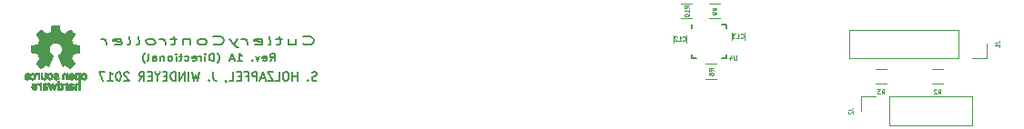
<source format=gbr>
G04 #@! TF.FileFunction,Legend,Bot*
%FSLAX46Y46*%
G04 Gerber Fmt 4.6, Leading zero omitted, Abs format (unit mm)*
G04 Created by KiCad (PCBNEW 4.0.6) date 09/09/17 21:27:57*
%MOMM*%
%LPD*%
G01*
G04 APERTURE LIST*
%ADD10C,0.100000*%
%ADD11C,0.200000*%
%ADD12C,0.150000*%
%ADD13C,0.120000*%
%ADD14C,0.010000*%
%ADD15C,0.080000*%
G04 APERTURE END LIST*
D10*
D11*
X132015238Y-73120210D02*
X131900952Y-73158305D01*
X131710476Y-73158305D01*
X131634286Y-73120210D01*
X131596190Y-73082114D01*
X131558095Y-73005924D01*
X131558095Y-72929733D01*
X131596190Y-72853543D01*
X131634286Y-72815448D01*
X131710476Y-72777352D01*
X131862857Y-72739257D01*
X131939048Y-72701162D01*
X131977143Y-72663067D01*
X132015238Y-72586876D01*
X132015238Y-72510686D01*
X131977143Y-72434495D01*
X131939048Y-72396400D01*
X131862857Y-72358305D01*
X131672381Y-72358305D01*
X131558095Y-72396400D01*
X131215238Y-73082114D02*
X131177143Y-73120210D01*
X131215238Y-73158305D01*
X131253333Y-73120210D01*
X131215238Y-73082114D01*
X131215238Y-73158305D01*
X130224762Y-73158305D02*
X130224762Y-72358305D01*
X130224762Y-72739257D02*
X129767619Y-72739257D01*
X129767619Y-73158305D02*
X129767619Y-72358305D01*
X129234286Y-72358305D02*
X129081905Y-72358305D01*
X129005714Y-72396400D01*
X128929524Y-72472590D01*
X128891429Y-72624971D01*
X128891429Y-72891638D01*
X128929524Y-73044019D01*
X129005714Y-73120210D01*
X129081905Y-73158305D01*
X129234286Y-73158305D01*
X129310476Y-73120210D01*
X129386667Y-73044019D01*
X129424762Y-72891638D01*
X129424762Y-72624971D01*
X129386667Y-72472590D01*
X129310476Y-72396400D01*
X129234286Y-72358305D01*
X128167619Y-73158305D02*
X128548572Y-73158305D01*
X128548572Y-72358305D01*
X127977143Y-72358305D02*
X127443810Y-72358305D01*
X127977143Y-73158305D01*
X127443810Y-73158305D01*
X127177143Y-72929733D02*
X126796191Y-72929733D01*
X127253334Y-73158305D02*
X126986667Y-72358305D01*
X126720000Y-73158305D01*
X126453334Y-73158305D02*
X126453334Y-72358305D01*
X126148572Y-72358305D01*
X126072381Y-72396400D01*
X126034286Y-72434495D01*
X125996191Y-72510686D01*
X125996191Y-72624971D01*
X126034286Y-72701162D01*
X126072381Y-72739257D01*
X126148572Y-72777352D01*
X126453334Y-72777352D01*
X125386667Y-72739257D02*
X125653334Y-72739257D01*
X125653334Y-73158305D02*
X125653334Y-72358305D01*
X125272381Y-72358305D01*
X124967620Y-72739257D02*
X124700953Y-72739257D01*
X124586667Y-73158305D02*
X124967620Y-73158305D01*
X124967620Y-72358305D01*
X124586667Y-72358305D01*
X123862857Y-73158305D02*
X124243810Y-73158305D01*
X124243810Y-72358305D01*
X123558096Y-73120210D02*
X123558096Y-73158305D01*
X123596191Y-73234495D01*
X123634286Y-73272590D01*
X122377143Y-72358305D02*
X122377143Y-72929733D01*
X122415239Y-73044019D01*
X122491429Y-73120210D01*
X122605715Y-73158305D01*
X122681905Y-73158305D01*
X121996191Y-73082114D02*
X121958096Y-73120210D01*
X121996191Y-73158305D01*
X122034286Y-73120210D01*
X121996191Y-73082114D01*
X121996191Y-73158305D01*
X121081905Y-72358305D02*
X120891429Y-73158305D01*
X120739048Y-72586876D01*
X120586667Y-73158305D01*
X120396191Y-72358305D01*
X120091429Y-73158305D02*
X120091429Y-72358305D01*
X119710477Y-73158305D02*
X119710477Y-72358305D01*
X119253334Y-73158305D01*
X119253334Y-72358305D01*
X118872382Y-73158305D02*
X118872382Y-72358305D01*
X118681906Y-72358305D01*
X118567620Y-72396400D01*
X118491429Y-72472590D01*
X118453334Y-72548781D01*
X118415239Y-72701162D01*
X118415239Y-72815448D01*
X118453334Y-72967829D01*
X118491429Y-73044019D01*
X118567620Y-73120210D01*
X118681906Y-73158305D01*
X118872382Y-73158305D01*
X118072382Y-72739257D02*
X117805715Y-72739257D01*
X117691429Y-73158305D02*
X118072382Y-73158305D01*
X118072382Y-72358305D01*
X117691429Y-72358305D01*
X117196191Y-72777352D02*
X117196191Y-73158305D01*
X117462858Y-72358305D02*
X117196191Y-72777352D01*
X116929524Y-72358305D01*
X116662858Y-72739257D02*
X116396191Y-72739257D01*
X116281905Y-73158305D02*
X116662858Y-73158305D01*
X116662858Y-72358305D01*
X116281905Y-72358305D01*
X115481905Y-73158305D02*
X115748572Y-72777352D01*
X115939048Y-73158305D02*
X115939048Y-72358305D01*
X115634286Y-72358305D01*
X115558095Y-72396400D01*
X115520000Y-72434495D01*
X115481905Y-72510686D01*
X115481905Y-72624971D01*
X115520000Y-72701162D01*
X115558095Y-72739257D01*
X115634286Y-72777352D01*
X115939048Y-72777352D01*
X114567619Y-72434495D02*
X114529524Y-72396400D01*
X114453333Y-72358305D01*
X114262857Y-72358305D01*
X114186667Y-72396400D01*
X114148571Y-72434495D01*
X114110476Y-72510686D01*
X114110476Y-72586876D01*
X114148571Y-72701162D01*
X114605714Y-73158305D01*
X114110476Y-73158305D01*
X113615238Y-72358305D02*
X113539047Y-72358305D01*
X113462857Y-72396400D01*
X113424762Y-72434495D01*
X113386666Y-72510686D01*
X113348571Y-72663067D01*
X113348571Y-72853543D01*
X113386666Y-73005924D01*
X113424762Y-73082114D01*
X113462857Y-73120210D01*
X113539047Y-73158305D01*
X113615238Y-73158305D01*
X113691428Y-73120210D01*
X113729524Y-73082114D01*
X113767619Y-73005924D01*
X113805714Y-72853543D01*
X113805714Y-72663067D01*
X113767619Y-72510686D01*
X113729524Y-72434495D01*
X113691428Y-72396400D01*
X113615238Y-72358305D01*
X112586666Y-73158305D02*
X113043809Y-73158305D01*
X112815238Y-73158305D02*
X112815238Y-72358305D01*
X112891428Y-72472590D01*
X112967619Y-72548781D01*
X113043809Y-72586876D01*
X112319999Y-72358305D02*
X111786666Y-72358305D01*
X112129523Y-73158305D01*
D12*
X127666038Y-71289829D02*
X127932705Y-71004114D01*
X128123181Y-71289829D02*
X128123181Y-70689829D01*
X127818419Y-70689829D01*
X127742228Y-70718400D01*
X127704133Y-70746971D01*
X127666038Y-70804114D01*
X127666038Y-70889829D01*
X127704133Y-70946971D01*
X127742228Y-70975543D01*
X127818419Y-71004114D01*
X128123181Y-71004114D01*
X127018419Y-71261257D02*
X127094609Y-71289829D01*
X127246990Y-71289829D01*
X127323181Y-71261257D01*
X127361276Y-71204114D01*
X127361276Y-70975543D01*
X127323181Y-70918400D01*
X127246990Y-70889829D01*
X127094609Y-70889829D01*
X127018419Y-70918400D01*
X126980324Y-70975543D01*
X126980324Y-71032686D01*
X127361276Y-71089829D01*
X126713657Y-70889829D02*
X126523181Y-71289829D01*
X126332705Y-70889829D01*
X126027943Y-71232686D02*
X125989848Y-71261257D01*
X126027943Y-71289829D01*
X126066038Y-71261257D01*
X126027943Y-71232686D01*
X126027943Y-71289829D01*
X124618419Y-71289829D02*
X125075562Y-71289829D01*
X124846991Y-71289829D02*
X124846991Y-70689829D01*
X124923181Y-70775543D01*
X124999372Y-70832686D01*
X125075562Y-70861257D01*
X124313657Y-71118400D02*
X123932705Y-71118400D01*
X124389848Y-71289829D02*
X124123181Y-70689829D01*
X123856514Y-71289829D01*
X122751752Y-71518400D02*
X122789848Y-71489829D01*
X122866038Y-71404114D01*
X122904133Y-71346971D01*
X122942229Y-71261257D01*
X122980324Y-71118400D01*
X122980324Y-71004114D01*
X122942229Y-70861257D01*
X122904133Y-70775543D01*
X122866038Y-70718400D01*
X122789848Y-70632686D01*
X122751752Y-70604114D01*
X122446991Y-71289829D02*
X122446991Y-70689829D01*
X122256515Y-70689829D01*
X122142229Y-70718400D01*
X122066038Y-70775543D01*
X122027943Y-70832686D01*
X121989848Y-70946971D01*
X121989848Y-71032686D01*
X122027943Y-71146971D01*
X122066038Y-71204114D01*
X122142229Y-71261257D01*
X122256515Y-71289829D01*
X122446991Y-71289829D01*
X121646991Y-71289829D02*
X121646991Y-70889829D01*
X121646991Y-70689829D02*
X121685086Y-70718400D01*
X121646991Y-70746971D01*
X121608896Y-70718400D01*
X121646991Y-70689829D01*
X121646991Y-70746971D01*
X121266039Y-71289829D02*
X121266039Y-70889829D01*
X121266039Y-71004114D02*
X121227944Y-70946971D01*
X121189848Y-70918400D01*
X121113658Y-70889829D01*
X121037467Y-70889829D01*
X120466039Y-71261257D02*
X120542229Y-71289829D01*
X120694610Y-71289829D01*
X120770801Y-71261257D01*
X120808896Y-71204114D01*
X120808896Y-70975543D01*
X120770801Y-70918400D01*
X120694610Y-70889829D01*
X120542229Y-70889829D01*
X120466039Y-70918400D01*
X120427944Y-70975543D01*
X120427944Y-71032686D01*
X120808896Y-71089829D01*
X119742230Y-71261257D02*
X119818420Y-71289829D01*
X119970801Y-71289829D01*
X120046992Y-71261257D01*
X120085087Y-71232686D01*
X120123182Y-71175543D01*
X120123182Y-71004114D01*
X120085087Y-70946971D01*
X120046992Y-70918400D01*
X119970801Y-70889829D01*
X119818420Y-70889829D01*
X119742230Y-70918400D01*
X119513659Y-70889829D02*
X119208897Y-70889829D01*
X119399373Y-70689829D02*
X119399373Y-71204114D01*
X119361278Y-71261257D01*
X119285087Y-71289829D01*
X119208897Y-71289829D01*
X118942230Y-71289829D02*
X118942230Y-70889829D01*
X118942230Y-70689829D02*
X118980325Y-70718400D01*
X118942230Y-70746971D01*
X118904135Y-70718400D01*
X118942230Y-70689829D01*
X118942230Y-70746971D01*
X118446992Y-71289829D02*
X118523183Y-71261257D01*
X118561278Y-71232686D01*
X118599373Y-71175543D01*
X118599373Y-71004114D01*
X118561278Y-70946971D01*
X118523183Y-70918400D01*
X118446992Y-70889829D01*
X118332706Y-70889829D01*
X118256516Y-70918400D01*
X118218421Y-70946971D01*
X118180325Y-71004114D01*
X118180325Y-71175543D01*
X118218421Y-71232686D01*
X118256516Y-71261257D01*
X118332706Y-71289829D01*
X118446992Y-71289829D01*
X117837468Y-70889829D02*
X117837468Y-71289829D01*
X117837468Y-70946971D02*
X117799373Y-70918400D01*
X117723182Y-70889829D01*
X117608896Y-70889829D01*
X117532706Y-70918400D01*
X117494611Y-70975543D01*
X117494611Y-71289829D01*
X116770801Y-71289829D02*
X116770801Y-70975543D01*
X116808896Y-70918400D01*
X116885086Y-70889829D01*
X117037467Y-70889829D01*
X117113658Y-70918400D01*
X116770801Y-71261257D02*
X116846991Y-71289829D01*
X117037467Y-71289829D01*
X117113658Y-71261257D01*
X117151753Y-71204114D01*
X117151753Y-71146971D01*
X117113658Y-71089829D01*
X117037467Y-71061257D01*
X116846991Y-71061257D01*
X116770801Y-71032686D01*
X116275562Y-71289829D02*
X116351753Y-71261257D01*
X116389848Y-71204114D01*
X116389848Y-70689829D01*
X116046990Y-71518400D02*
X116008895Y-71489829D01*
X115932705Y-71404114D01*
X115894609Y-71346971D01*
X115856514Y-71261257D01*
X115818419Y-71118400D01*
X115818419Y-71004114D01*
X115856514Y-70861257D01*
X115894609Y-70775543D01*
X115932705Y-70718400D01*
X116008895Y-70632686D01*
X116046990Y-70604114D01*
D11*
X130793009Y-69729314D02*
X130873961Y-69767410D01*
X131107295Y-69805505D01*
X131259676Y-69805505D01*
X131483485Y-69767410D01*
X131626342Y-69691219D01*
X131693010Y-69615029D01*
X131750152Y-69462648D01*
X131735866Y-69348362D01*
X131640629Y-69195981D01*
X131554914Y-69119790D01*
X131393009Y-69043600D01*
X131159676Y-69005505D01*
X131007295Y-69005505D01*
X130783485Y-69043600D01*
X130712057Y-69081695D01*
X129364437Y-69272171D02*
X129431104Y-69805505D01*
X130050152Y-69272171D02*
X130102533Y-69691219D01*
X130035866Y-69767410D01*
X129888247Y-69805505D01*
X129659676Y-69805505D01*
X129502533Y-69767410D01*
X129421580Y-69729314D01*
X128831104Y-69272171D02*
X128221580Y-69272171D01*
X128569200Y-69005505D02*
X128654914Y-69691219D01*
X128588247Y-69767410D01*
X128440628Y-69805505D01*
X128288247Y-69805505D01*
X127526342Y-69805505D02*
X127673961Y-69767410D01*
X127740628Y-69691219D01*
X127654914Y-69005505D01*
X126302533Y-69767410D02*
X126459676Y-69805505D01*
X126764438Y-69805505D01*
X126912057Y-69767410D01*
X126978723Y-69691219D01*
X126940628Y-69386457D01*
X126854914Y-69310267D01*
X126697771Y-69272171D01*
X126393009Y-69272171D01*
X126245390Y-69310267D01*
X126178723Y-69386457D01*
X126188247Y-69462648D01*
X126959676Y-69538838D01*
X125545390Y-69805505D02*
X125478723Y-69272171D01*
X125497771Y-69424552D02*
X125412056Y-69348362D01*
X125331104Y-69310267D01*
X125173961Y-69272171D01*
X125021580Y-69272171D01*
X124640628Y-69272171D02*
X124326342Y-69805505D01*
X123878723Y-69272171D02*
X124326342Y-69805505D01*
X124502533Y-69995981D01*
X124583486Y-70034076D01*
X124740628Y-70072171D01*
X122412056Y-69729314D02*
X122493008Y-69767410D01*
X122726342Y-69805505D01*
X122878723Y-69805505D01*
X123102532Y-69767410D01*
X123245389Y-69691219D01*
X123312057Y-69615029D01*
X123369199Y-69462648D01*
X123354913Y-69348362D01*
X123259676Y-69195981D01*
X123173961Y-69119790D01*
X123012056Y-69043600D01*
X122778723Y-69005505D01*
X122626342Y-69005505D01*
X122402532Y-69043600D01*
X122331104Y-69081695D01*
X121507294Y-69805505D02*
X121654913Y-69767410D01*
X121726342Y-69729314D01*
X121793008Y-69653124D01*
X121764437Y-69424552D01*
X121678723Y-69348362D01*
X121597770Y-69310267D01*
X121440627Y-69272171D01*
X121212056Y-69272171D01*
X121064437Y-69310267D01*
X120993008Y-69348362D01*
X120926342Y-69424552D01*
X120954913Y-69653124D01*
X121040627Y-69729314D01*
X121121580Y-69767410D01*
X121278723Y-69805505D01*
X121507294Y-69805505D01*
X120221580Y-69272171D02*
X120288247Y-69805505D01*
X120231104Y-69348362D02*
X120150151Y-69310267D01*
X119993008Y-69272171D01*
X119764437Y-69272171D01*
X119616818Y-69310267D01*
X119550151Y-69386457D01*
X119602532Y-69805505D01*
X119002532Y-69272171D02*
X118393008Y-69272171D01*
X118740628Y-69005505D02*
X118826342Y-69691219D01*
X118759675Y-69767410D01*
X118612056Y-69805505D01*
X118459675Y-69805505D01*
X117926342Y-69805505D02*
X117859675Y-69272171D01*
X117878723Y-69424552D02*
X117793008Y-69348362D01*
X117712056Y-69310267D01*
X117554913Y-69272171D01*
X117402532Y-69272171D01*
X116707294Y-69805505D02*
X116854913Y-69767410D01*
X116926342Y-69729314D01*
X116993008Y-69653124D01*
X116964437Y-69424552D01*
X116878723Y-69348362D01*
X116797770Y-69310267D01*
X116640627Y-69272171D01*
X116412056Y-69272171D01*
X116264437Y-69310267D01*
X116193008Y-69348362D01*
X116126342Y-69424552D01*
X116154913Y-69653124D01*
X116240627Y-69729314D01*
X116321580Y-69767410D01*
X116478723Y-69805505D01*
X116707294Y-69805505D01*
X115259675Y-69805505D02*
X115407294Y-69767410D01*
X115473961Y-69691219D01*
X115388247Y-69005505D01*
X114421580Y-69805505D02*
X114569199Y-69767410D01*
X114635866Y-69691219D01*
X114550152Y-69005505D01*
X113197771Y-69767410D02*
X113354914Y-69805505D01*
X113659676Y-69805505D01*
X113807295Y-69767410D01*
X113873961Y-69691219D01*
X113835866Y-69386457D01*
X113750152Y-69310267D01*
X113593009Y-69272171D01*
X113288247Y-69272171D01*
X113140628Y-69310267D01*
X113073961Y-69386457D01*
X113083485Y-69462648D01*
X113854914Y-69538838D01*
X112440628Y-69805505D02*
X112373961Y-69272171D01*
X112393009Y-69424552D02*
X112307294Y-69348362D01*
X112226342Y-69310267D01*
X112069199Y-69272171D01*
X111916818Y-69272171D01*
D13*
X166400000Y-69650000D02*
X166400000Y-68950000D01*
X165200000Y-68950000D02*
X165200000Y-69650000D01*
X170596000Y-68674500D02*
X170596000Y-69374500D01*
X171796000Y-69374500D02*
X171796000Y-68674500D01*
X181510000Y-71080000D02*
X181510000Y-68420000D01*
X191730000Y-71080000D02*
X181510000Y-71080000D01*
X191730000Y-68420000D02*
X181510000Y-68420000D01*
X191730000Y-71080000D02*
X191730000Y-68420000D01*
X193000000Y-71080000D02*
X194330000Y-71080000D01*
X194330000Y-71080000D02*
X194330000Y-69750000D01*
X192950000Y-74670000D02*
X192950000Y-77330000D01*
X185270000Y-74670000D02*
X192950000Y-74670000D01*
X185270000Y-77330000D02*
X192950000Y-77330000D01*
X185270000Y-74670000D02*
X185270000Y-77330000D01*
X184000000Y-74670000D02*
X182670000Y-74670000D01*
X182670000Y-74670000D02*
X182670000Y-76000000D01*
X190250000Y-72070000D02*
X189250000Y-72070000D01*
X189250000Y-73430000D02*
X190250000Y-73430000D01*
X185000000Y-72070000D02*
X184000000Y-72070000D01*
X184000000Y-73430000D02*
X185000000Y-73430000D01*
X168200000Y-72980000D02*
X169200000Y-72980000D01*
X169200000Y-71620000D02*
X168200000Y-71620000D01*
X168500000Y-67380000D02*
X169500000Y-67380000D01*
X169500000Y-66020000D02*
X168500000Y-66020000D01*
X165900000Y-67380000D02*
X166900000Y-67380000D01*
X166900000Y-66020000D02*
X165900000Y-66020000D01*
D12*
X170100000Y-67900000D02*
X169700000Y-67900000D01*
X170100000Y-67900000D02*
X170100000Y-68300000D01*
X170100000Y-71100000D02*
X169700000Y-71100000D01*
X170100000Y-71100000D02*
X170100000Y-70700000D01*
X166900000Y-71100000D02*
X167300000Y-71100000D01*
X166900000Y-71100000D02*
X166900000Y-70700000D01*
X166900000Y-67900000D02*
X166900000Y-68300000D01*
D14*
G36*
X109619999Y-72467264D02*
X109593487Y-72480362D01*
X109560793Y-72503186D01*
X109536965Y-72528076D01*
X109520646Y-72559329D01*
X109510480Y-72601246D01*
X109505112Y-72658124D01*
X109503184Y-72734264D01*
X109503071Y-72766997D01*
X109503401Y-72838736D01*
X109504767Y-72890007D01*
X109507740Y-72925484D01*
X109512889Y-72949843D01*
X109520783Y-72967760D01*
X109528997Y-72979982D01*
X109581427Y-73031985D01*
X109643170Y-73063264D01*
X109709776Y-73072672D01*
X109776798Y-73059060D01*
X109798032Y-73049434D01*
X109848864Y-73022939D01*
X109848864Y-73438132D01*
X109811765Y-73418948D01*
X109762883Y-73404105D01*
X109702801Y-73400302D01*
X109642804Y-73407323D01*
X109597496Y-73423093D01*
X109559915Y-73453127D01*
X109527804Y-73496104D01*
X109525390Y-73500516D01*
X109515207Y-73521301D01*
X109507770Y-73542250D01*
X109502651Y-73567628D01*
X109499421Y-73601698D01*
X109497653Y-73648721D01*
X109496917Y-73712962D01*
X109496784Y-73785256D01*
X109496784Y-74015902D01*
X109635101Y-74015902D01*
X109635101Y-73590613D01*
X109673789Y-73558059D01*
X109713978Y-73532020D01*
X109752037Y-73527285D01*
X109790306Y-73539469D01*
X109810702Y-73551400D01*
X109825882Y-73568393D01*
X109836678Y-73594075D01*
X109843923Y-73632071D01*
X109848448Y-73686006D01*
X109851084Y-73759505D01*
X109852012Y-73808427D01*
X109855151Y-74009615D01*
X109921166Y-74013416D01*
X109987180Y-74017216D01*
X109987180Y-72768730D01*
X109848864Y-72768730D01*
X109845337Y-72838334D01*
X109833455Y-72886649D01*
X109811260Y-72916711D01*
X109776799Y-72931551D01*
X109741982Y-72934516D01*
X109702569Y-72931108D01*
X109676411Y-72917697D01*
X109660054Y-72899976D01*
X109647177Y-72880915D01*
X109639512Y-72859681D01*
X109636101Y-72829929D01*
X109635989Y-72785316D01*
X109637137Y-72747960D01*
X109639772Y-72691684D01*
X109643696Y-72654738D01*
X109650303Y-72631303D01*
X109660989Y-72615560D01*
X109671073Y-72606460D01*
X109713210Y-72586617D01*
X109763080Y-72583412D01*
X109791716Y-72590248D01*
X109820068Y-72614544D01*
X109838849Y-72661808D01*
X109847952Y-72731704D01*
X109848864Y-72768730D01*
X109987180Y-72768730D01*
X109987180Y-72456694D01*
X109918022Y-72456694D01*
X109876500Y-72458336D01*
X109855078Y-72464167D01*
X109848866Y-72475541D01*
X109848864Y-72475878D01*
X109845982Y-72487018D01*
X109833270Y-72485753D01*
X109807997Y-72473513D01*
X109749109Y-72454787D01*
X109682855Y-72452819D01*
X109619999Y-72467264D01*
X109619999Y-72467264D01*
G37*
X109619999Y-72467264D02*
X109593487Y-72480362D01*
X109560793Y-72503186D01*
X109536965Y-72528076D01*
X109520646Y-72559329D01*
X109510480Y-72601246D01*
X109505112Y-72658124D01*
X109503184Y-72734264D01*
X109503071Y-72766997D01*
X109503401Y-72838736D01*
X109504767Y-72890007D01*
X109507740Y-72925484D01*
X109512889Y-72949843D01*
X109520783Y-72967760D01*
X109528997Y-72979982D01*
X109581427Y-73031985D01*
X109643170Y-73063264D01*
X109709776Y-73072672D01*
X109776798Y-73059060D01*
X109798032Y-73049434D01*
X109848864Y-73022939D01*
X109848864Y-73438132D01*
X109811765Y-73418948D01*
X109762883Y-73404105D01*
X109702801Y-73400302D01*
X109642804Y-73407323D01*
X109597496Y-73423093D01*
X109559915Y-73453127D01*
X109527804Y-73496104D01*
X109525390Y-73500516D01*
X109515207Y-73521301D01*
X109507770Y-73542250D01*
X109502651Y-73567628D01*
X109499421Y-73601698D01*
X109497653Y-73648721D01*
X109496917Y-73712962D01*
X109496784Y-73785256D01*
X109496784Y-74015902D01*
X109635101Y-74015902D01*
X109635101Y-73590613D01*
X109673789Y-73558059D01*
X109713978Y-73532020D01*
X109752037Y-73527285D01*
X109790306Y-73539469D01*
X109810702Y-73551400D01*
X109825882Y-73568393D01*
X109836678Y-73594075D01*
X109843923Y-73632071D01*
X109848448Y-73686006D01*
X109851084Y-73759505D01*
X109852012Y-73808427D01*
X109855151Y-74009615D01*
X109921166Y-74013416D01*
X109987180Y-74017216D01*
X109987180Y-72768730D01*
X109848864Y-72768730D01*
X109845337Y-72838334D01*
X109833455Y-72886649D01*
X109811260Y-72916711D01*
X109776799Y-72931551D01*
X109741982Y-72934516D01*
X109702569Y-72931108D01*
X109676411Y-72917697D01*
X109660054Y-72899976D01*
X109647177Y-72880915D01*
X109639512Y-72859681D01*
X109636101Y-72829929D01*
X109635989Y-72785316D01*
X109637137Y-72747960D01*
X109639772Y-72691684D01*
X109643696Y-72654738D01*
X109650303Y-72631303D01*
X109660989Y-72615560D01*
X109671073Y-72606460D01*
X109713210Y-72586617D01*
X109763080Y-72583412D01*
X109791716Y-72590248D01*
X109820068Y-72614544D01*
X109838849Y-72661808D01*
X109847952Y-72731704D01*
X109848864Y-72768730D01*
X109987180Y-72768730D01*
X109987180Y-72456694D01*
X109918022Y-72456694D01*
X109876500Y-72458336D01*
X109855078Y-72464167D01*
X109848866Y-72475541D01*
X109848864Y-72475878D01*
X109845982Y-72487018D01*
X109833270Y-72485753D01*
X109807997Y-72473513D01*
X109749109Y-72454787D01*
X109682855Y-72452819D01*
X109619999Y-72467264D01*
G36*
X109095450Y-73404635D02*
X109036295Y-73420419D01*
X108991263Y-73449028D01*
X108959486Y-73486499D01*
X108949606Y-73502491D01*
X108942313Y-73519243D01*
X108937214Y-73540672D01*
X108933919Y-73570696D01*
X108932037Y-73613234D01*
X108931177Y-73672202D01*
X108930947Y-73751520D01*
X108930943Y-73772564D01*
X108930943Y-74015902D01*
X108991299Y-74015902D01*
X109029797Y-74013206D01*
X109058263Y-74006375D01*
X109065395Y-74002163D01*
X109084892Y-73994893D01*
X109104806Y-74002163D01*
X109137593Y-74011240D01*
X109185218Y-74014893D01*
X109238004Y-74013308D01*
X109286276Y-74006669D01*
X109314458Y-73998152D01*
X109368993Y-73963143D01*
X109403075Y-73914559D01*
X109418397Y-73849962D01*
X109418539Y-73848303D01*
X109417195Y-73819646D01*
X109295596Y-73819646D01*
X109284966Y-73852241D01*
X109267650Y-73870585D01*
X109232892Y-73884459D01*
X109187013Y-73889997D01*
X109140228Y-73887271D01*
X109102754Y-73876354D01*
X109092255Y-73869349D01*
X109073908Y-73836984D01*
X109069260Y-73800191D01*
X109069260Y-73751843D01*
X109138822Y-73751843D01*
X109204907Y-73756930D01*
X109255004Y-73771343D01*
X109286169Y-73793809D01*
X109295596Y-73819646D01*
X109417195Y-73819646D01*
X109415227Y-73777727D01*
X109391950Y-73721925D01*
X109348188Y-73679727D01*
X109342139Y-73675888D01*
X109316147Y-73663389D01*
X109283975Y-73655820D01*
X109239000Y-73652141D01*
X109185571Y-73651296D01*
X109069260Y-73651249D01*
X109069260Y-73602491D01*
X109074193Y-73564661D01*
X109086783Y-73539316D01*
X109088257Y-73537967D01*
X109116274Y-73526880D01*
X109158566Y-73522583D01*
X109205304Y-73524695D01*
X109246658Y-73532836D01*
X109271197Y-73545045D01*
X109284493Y-73554826D01*
X109298534Y-73556693D01*
X109317911Y-73548680D01*
X109347216Y-73528819D01*
X109391043Y-73495143D01*
X109395065Y-73491989D01*
X109393004Y-73480316D01*
X109375808Y-73460902D01*
X109349673Y-73439328D01*
X109320792Y-73421176D01*
X109311718Y-73416889D01*
X109278620Y-73408336D01*
X109230120Y-73402235D01*
X109175935Y-73399788D01*
X109173401Y-73399783D01*
X109095450Y-73404635D01*
X109095450Y-73404635D01*
G37*
X109095450Y-73404635D02*
X109036295Y-73420419D01*
X108991263Y-73449028D01*
X108959486Y-73486499D01*
X108949606Y-73502491D01*
X108942313Y-73519243D01*
X108937214Y-73540672D01*
X108933919Y-73570696D01*
X108932037Y-73613234D01*
X108931177Y-73672202D01*
X108930947Y-73751520D01*
X108930943Y-73772564D01*
X108930943Y-74015902D01*
X108991299Y-74015902D01*
X109029797Y-74013206D01*
X109058263Y-74006375D01*
X109065395Y-74002163D01*
X109084892Y-73994893D01*
X109104806Y-74002163D01*
X109137593Y-74011240D01*
X109185218Y-74014893D01*
X109238004Y-74013308D01*
X109286276Y-74006669D01*
X109314458Y-73998152D01*
X109368993Y-73963143D01*
X109403075Y-73914559D01*
X109418397Y-73849962D01*
X109418539Y-73848303D01*
X109417195Y-73819646D01*
X109295596Y-73819646D01*
X109284966Y-73852241D01*
X109267650Y-73870585D01*
X109232892Y-73884459D01*
X109187013Y-73889997D01*
X109140228Y-73887271D01*
X109102754Y-73876354D01*
X109092255Y-73869349D01*
X109073908Y-73836984D01*
X109069260Y-73800191D01*
X109069260Y-73751843D01*
X109138822Y-73751843D01*
X109204907Y-73756930D01*
X109255004Y-73771343D01*
X109286169Y-73793809D01*
X109295596Y-73819646D01*
X109417195Y-73819646D01*
X109415227Y-73777727D01*
X109391950Y-73721925D01*
X109348188Y-73679727D01*
X109342139Y-73675888D01*
X109316147Y-73663389D01*
X109283975Y-73655820D01*
X109239000Y-73652141D01*
X109185571Y-73651296D01*
X109069260Y-73651249D01*
X109069260Y-73602491D01*
X109074193Y-73564661D01*
X109086783Y-73539316D01*
X109088257Y-73537967D01*
X109116274Y-73526880D01*
X109158566Y-73522583D01*
X109205304Y-73524695D01*
X109246658Y-73532836D01*
X109271197Y-73545045D01*
X109284493Y-73554826D01*
X109298534Y-73556693D01*
X109317911Y-73548680D01*
X109347216Y-73528819D01*
X109391043Y-73495143D01*
X109395065Y-73491989D01*
X109393004Y-73480316D01*
X109375808Y-73460902D01*
X109349673Y-73439328D01*
X109320792Y-73421176D01*
X109311718Y-73416889D01*
X109278620Y-73408336D01*
X109230120Y-73402235D01*
X109175935Y-73399788D01*
X109173401Y-73399783D01*
X109095450Y-73404635D01*
G36*
X108704596Y-73401100D02*
X108685779Y-73406740D01*
X108679713Y-73419133D01*
X108679458Y-73424727D01*
X108678369Y-73440310D01*
X108670872Y-73442756D01*
X108650621Y-73432073D01*
X108638591Y-73424774D01*
X108600640Y-73409143D01*
X108555312Y-73401414D01*
X108507784Y-73400820D01*
X108463235Y-73406593D01*
X108426842Y-73417964D01*
X108403783Y-73434168D01*
X108399236Y-73454435D01*
X108401531Y-73459923D01*
X108418260Y-73482706D01*
X108444203Y-73510727D01*
X108448895Y-73515257D01*
X108473623Y-73536085D01*
X108494958Y-73542815D01*
X108524795Y-73538118D01*
X108536748Y-73534997D01*
X108573945Y-73527501D01*
X108600099Y-73530872D01*
X108622186Y-73542761D01*
X108642418Y-73558715D01*
X108657319Y-73578780D01*
X108667674Y-73606782D01*
X108674269Y-73646547D01*
X108677889Y-73701903D01*
X108679318Y-73776674D01*
X108679458Y-73821820D01*
X108679458Y-74015902D01*
X108805200Y-74015902D01*
X108805200Y-73399763D01*
X108742329Y-73399763D01*
X108704596Y-73401100D01*
X108704596Y-73401100D01*
G37*
X108704596Y-73401100D02*
X108685779Y-73406740D01*
X108679713Y-73419133D01*
X108679458Y-73424727D01*
X108678369Y-73440310D01*
X108670872Y-73442756D01*
X108650621Y-73432073D01*
X108638591Y-73424774D01*
X108600640Y-73409143D01*
X108555312Y-73401414D01*
X108507784Y-73400820D01*
X108463235Y-73406593D01*
X108426842Y-73417964D01*
X108403783Y-73434168D01*
X108399236Y-73454435D01*
X108401531Y-73459923D01*
X108418260Y-73482706D01*
X108444203Y-73510727D01*
X108448895Y-73515257D01*
X108473623Y-73536085D01*
X108494958Y-73542815D01*
X108524795Y-73538118D01*
X108536748Y-73534997D01*
X108573945Y-73527501D01*
X108600099Y-73530872D01*
X108622186Y-73542761D01*
X108642418Y-73558715D01*
X108657319Y-73578780D01*
X108667674Y-73606782D01*
X108674269Y-73646547D01*
X108677889Y-73701903D01*
X108679318Y-73776674D01*
X108679458Y-73821820D01*
X108679458Y-74015902D01*
X108805200Y-74015902D01*
X108805200Y-73399763D01*
X108742329Y-73399763D01*
X108704596Y-73401100D01*
G36*
X107912428Y-74015902D02*
X107981586Y-74015902D01*
X108021728Y-74014725D01*
X108042634Y-74009852D01*
X108050162Y-73999266D01*
X108050745Y-73992109D01*
X108052014Y-73977756D01*
X108060019Y-73975003D01*
X108081055Y-73983851D01*
X108097413Y-73992109D01*
X108160217Y-74011677D01*
X108228488Y-74012809D01*
X108283992Y-73998215D01*
X108335678Y-73962957D01*
X108375078Y-73910915D01*
X108396653Y-73849530D01*
X108397202Y-73846098D01*
X108400407Y-73808651D01*
X108402001Y-73754893D01*
X108401873Y-73714235D01*
X108264519Y-73714235D01*
X108261337Y-73768274D01*
X108254099Y-73812815D01*
X108244300Y-73837968D01*
X108207229Y-73872340D01*
X108163214Y-73884662D01*
X108117824Y-73874698D01*
X108079037Y-73844975D01*
X108064348Y-73824985D01*
X108055759Y-73801130D01*
X108051736Y-73766310D01*
X108050745Y-73714010D01*
X108052518Y-73662219D01*
X108057203Y-73616714D01*
X108063843Y-73586261D01*
X108064950Y-73583532D01*
X108091731Y-73551080D01*
X108130819Y-73533263D01*
X108174555Y-73530386D01*
X108215278Y-73542754D01*
X108245327Y-73570673D01*
X108248444Y-73576228D01*
X108258201Y-73610102D01*
X108263517Y-73658808D01*
X108264519Y-73714235D01*
X108401873Y-73714235D01*
X108401808Y-73693620D01*
X108400904Y-73660643D01*
X108394754Y-73579061D01*
X108381973Y-73517810D01*
X108360711Y-73472529D01*
X108329118Y-73438859D01*
X108298447Y-73419094D01*
X108255594Y-73405200D01*
X108202296Y-73400434D01*
X108147720Y-73404316D01*
X108101032Y-73416362D01*
X108076364Y-73430773D01*
X108050745Y-73453958D01*
X108050745Y-73160853D01*
X107912428Y-73160853D01*
X107912428Y-74015902D01*
X107912428Y-74015902D01*
G37*
X107912428Y-74015902D02*
X107981586Y-74015902D01*
X108021728Y-74014725D01*
X108042634Y-74009852D01*
X108050162Y-73999266D01*
X108050745Y-73992109D01*
X108052014Y-73977756D01*
X108060019Y-73975003D01*
X108081055Y-73983851D01*
X108097413Y-73992109D01*
X108160217Y-74011677D01*
X108228488Y-74012809D01*
X108283992Y-73998215D01*
X108335678Y-73962957D01*
X108375078Y-73910915D01*
X108396653Y-73849530D01*
X108397202Y-73846098D01*
X108400407Y-73808651D01*
X108402001Y-73754893D01*
X108401873Y-73714235D01*
X108264519Y-73714235D01*
X108261337Y-73768274D01*
X108254099Y-73812815D01*
X108244300Y-73837968D01*
X108207229Y-73872340D01*
X108163214Y-73884662D01*
X108117824Y-73874698D01*
X108079037Y-73844975D01*
X108064348Y-73824985D01*
X108055759Y-73801130D01*
X108051736Y-73766310D01*
X108050745Y-73714010D01*
X108052518Y-73662219D01*
X108057203Y-73616714D01*
X108063843Y-73586261D01*
X108064950Y-73583532D01*
X108091731Y-73551080D01*
X108130819Y-73533263D01*
X108174555Y-73530386D01*
X108215278Y-73542754D01*
X108245327Y-73570673D01*
X108248444Y-73576228D01*
X108258201Y-73610102D01*
X108263517Y-73658808D01*
X108264519Y-73714235D01*
X108401873Y-73714235D01*
X108401808Y-73693620D01*
X108400904Y-73660643D01*
X108394754Y-73579061D01*
X108381973Y-73517810D01*
X108360711Y-73472529D01*
X108329118Y-73438859D01*
X108298447Y-73419094D01*
X108255594Y-73405200D01*
X108202296Y-73400434D01*
X108147720Y-73404316D01*
X108101032Y-73416362D01*
X108076364Y-73430773D01*
X108050745Y-73453958D01*
X108050745Y-73160853D01*
X107912428Y-73160853D01*
X107912428Y-74015902D01*
G36*
X107429716Y-73402317D02*
X107379985Y-73406051D01*
X107249949Y-73795853D01*
X107229562Y-73726694D01*
X107217294Y-73683954D01*
X107201155Y-73626195D01*
X107183728Y-73562705D01*
X107174514Y-73528650D01*
X107139852Y-73399763D01*
X106996849Y-73399763D01*
X107039594Y-73534937D01*
X107060644Y-73601422D01*
X107086073Y-73681619D01*
X107112630Y-73765273D01*
X107136338Y-73839862D01*
X107190338Y-74009615D01*
X107248642Y-74013408D01*
X107306945Y-74017202D01*
X107338561Y-73912814D01*
X107358058Y-73847969D01*
X107379336Y-73776480D01*
X107397932Y-73713343D01*
X107398666Y-73710830D01*
X107412556Y-73668049D01*
X107424811Y-73638859D01*
X107433394Y-73627821D01*
X107435158Y-73629098D01*
X107441349Y-73646210D01*
X107453112Y-73682867D01*
X107469015Y-73734458D01*
X107487626Y-73796374D01*
X107497697Y-73830432D01*
X107552233Y-74015902D01*
X107667976Y-74015902D01*
X107760503Y-73723551D01*
X107786496Y-73641542D01*
X107810174Y-73567067D01*
X107830420Y-73503624D01*
X107846114Y-73454712D01*
X107856138Y-73423829D01*
X107859185Y-73414806D01*
X107856773Y-73405567D01*
X107837832Y-73401521D01*
X107798417Y-73401926D01*
X107792247Y-73402232D01*
X107719154Y-73406051D01*
X107671283Y-73582090D01*
X107653687Y-73646291D01*
X107637963Y-73702729D01*
X107625494Y-73746502D01*
X107617666Y-73772710D01*
X107616220Y-73776983D01*
X107610226Y-73772070D01*
X107598139Y-73746612D01*
X107581347Y-73704077D01*
X107561237Y-73647930D01*
X107544237Y-73597210D01*
X107479446Y-73398584D01*
X107429716Y-73402317D01*
X107429716Y-73402317D01*
G37*
X107429716Y-73402317D02*
X107379985Y-73406051D01*
X107249949Y-73795853D01*
X107229562Y-73726694D01*
X107217294Y-73683954D01*
X107201155Y-73626195D01*
X107183728Y-73562705D01*
X107174514Y-73528650D01*
X107139852Y-73399763D01*
X106996849Y-73399763D01*
X107039594Y-73534937D01*
X107060644Y-73601422D01*
X107086073Y-73681619D01*
X107112630Y-73765273D01*
X107136338Y-73839862D01*
X107190338Y-74009615D01*
X107248642Y-74013408D01*
X107306945Y-74017202D01*
X107338561Y-73912814D01*
X107358058Y-73847969D01*
X107379336Y-73776480D01*
X107397932Y-73713343D01*
X107398666Y-73710830D01*
X107412556Y-73668049D01*
X107424811Y-73638859D01*
X107433394Y-73627821D01*
X107435158Y-73629098D01*
X107441349Y-73646210D01*
X107453112Y-73682867D01*
X107469015Y-73734458D01*
X107487626Y-73796374D01*
X107497697Y-73830432D01*
X107552233Y-74015902D01*
X107667976Y-74015902D01*
X107760503Y-73723551D01*
X107786496Y-73641542D01*
X107810174Y-73567067D01*
X107830420Y-73503624D01*
X107846114Y-73454712D01*
X107856138Y-73423829D01*
X107859185Y-73414806D01*
X107856773Y-73405567D01*
X107837832Y-73401521D01*
X107798417Y-73401926D01*
X107792247Y-73402232D01*
X107719154Y-73406051D01*
X107671283Y-73582090D01*
X107653687Y-73646291D01*
X107637963Y-73702729D01*
X107625494Y-73746502D01*
X107617666Y-73772710D01*
X107616220Y-73776983D01*
X107610226Y-73772070D01*
X107598139Y-73746612D01*
X107581347Y-73704077D01*
X107561237Y-73647930D01*
X107544237Y-73597210D01*
X107479446Y-73398584D01*
X107429716Y-73402317D01*
G36*
X106672829Y-73403497D02*
X106619829Y-73416370D01*
X106604509Y-73423190D01*
X106574812Y-73441054D01*
X106552020Y-73461173D01*
X106535157Y-73487042D01*
X106523242Y-73522153D01*
X106515298Y-73570000D01*
X106510346Y-73634076D01*
X106507409Y-73717874D01*
X106506293Y-73773848D01*
X106502188Y-74015902D01*
X106572308Y-74015902D01*
X106614847Y-74014118D01*
X106636764Y-74008022D01*
X106642428Y-73997786D01*
X106645419Y-73986717D01*
X106658789Y-73988834D01*
X106677007Y-73997709D01*
X106722616Y-74011313D01*
X106781233Y-74014979D01*
X106842886Y-74008983D01*
X106897602Y-73993601D01*
X106902510Y-73991466D01*
X106952517Y-73956335D01*
X106985484Y-73907499D01*
X107000653Y-73850413D01*
X106999494Y-73829904D01*
X106875732Y-73829904D01*
X106864827Y-73857505D01*
X106832495Y-73877284D01*
X106780330Y-73887899D01*
X106752453Y-73889308D01*
X106705993Y-73885700D01*
X106675111Y-73871677D01*
X106667576Y-73865011D01*
X106647164Y-73828746D01*
X106642428Y-73795853D01*
X106642428Y-73751843D01*
X106703727Y-73751843D01*
X106774984Y-73755475D01*
X106824964Y-73766898D01*
X106856544Y-73786904D01*
X106863614Y-73795823D01*
X106875732Y-73829904D01*
X106999494Y-73829904D01*
X106997269Y-73790536D01*
X106974577Y-73733324D01*
X106943616Y-73694660D01*
X106924864Y-73677944D01*
X106906507Y-73666958D01*
X106882621Y-73660260D01*
X106847283Y-73656406D01*
X106794571Y-73653953D01*
X106773663Y-73653248D01*
X106642428Y-73648959D01*
X106642620Y-73609238D01*
X106647703Y-73567485D01*
X106666078Y-73542238D01*
X106703201Y-73526110D01*
X106704197Y-73525822D01*
X106756830Y-73519480D01*
X106808334Y-73527764D01*
X106846610Y-73547907D01*
X106861968Y-73557853D01*
X106878510Y-73556477D01*
X106903965Y-73542067D01*
X106918912Y-73531897D01*
X106948149Y-73510168D01*
X106966260Y-73493880D01*
X106969166Y-73489217D01*
X106957200Y-73465085D01*
X106921844Y-73436265D01*
X106906487Y-73426541D01*
X106862339Y-73409794D01*
X106802842Y-73400307D01*
X106736753Y-73398175D01*
X106672829Y-73403497D01*
X106672829Y-73403497D01*
G37*
X106672829Y-73403497D02*
X106619829Y-73416370D01*
X106604509Y-73423190D01*
X106574812Y-73441054D01*
X106552020Y-73461173D01*
X106535157Y-73487042D01*
X106523242Y-73522153D01*
X106515298Y-73570000D01*
X106510346Y-73634076D01*
X106507409Y-73717874D01*
X106506293Y-73773848D01*
X106502188Y-74015902D01*
X106572308Y-74015902D01*
X106614847Y-74014118D01*
X106636764Y-74008022D01*
X106642428Y-73997786D01*
X106645419Y-73986717D01*
X106658789Y-73988834D01*
X106677007Y-73997709D01*
X106722616Y-74011313D01*
X106781233Y-74014979D01*
X106842886Y-74008983D01*
X106897602Y-73993601D01*
X106902510Y-73991466D01*
X106952517Y-73956335D01*
X106985484Y-73907499D01*
X107000653Y-73850413D01*
X106999494Y-73829904D01*
X106875732Y-73829904D01*
X106864827Y-73857505D01*
X106832495Y-73877284D01*
X106780330Y-73887899D01*
X106752453Y-73889308D01*
X106705993Y-73885700D01*
X106675111Y-73871677D01*
X106667576Y-73865011D01*
X106647164Y-73828746D01*
X106642428Y-73795853D01*
X106642428Y-73751843D01*
X106703727Y-73751843D01*
X106774984Y-73755475D01*
X106824964Y-73766898D01*
X106856544Y-73786904D01*
X106863614Y-73795823D01*
X106875732Y-73829904D01*
X106999494Y-73829904D01*
X106997269Y-73790536D01*
X106974577Y-73733324D01*
X106943616Y-73694660D01*
X106924864Y-73677944D01*
X106906507Y-73666958D01*
X106882621Y-73660260D01*
X106847283Y-73656406D01*
X106794571Y-73653953D01*
X106773663Y-73653248D01*
X106642428Y-73648959D01*
X106642620Y-73609238D01*
X106647703Y-73567485D01*
X106666078Y-73542238D01*
X106703201Y-73526110D01*
X106704197Y-73525822D01*
X106756830Y-73519480D01*
X106808334Y-73527764D01*
X106846610Y-73547907D01*
X106861968Y-73557853D01*
X106878510Y-73556477D01*
X106903965Y-73542067D01*
X106918912Y-73531897D01*
X106948149Y-73510168D01*
X106966260Y-73493880D01*
X106969166Y-73489217D01*
X106957200Y-73465085D01*
X106921844Y-73436265D01*
X106906487Y-73426541D01*
X106862339Y-73409794D01*
X106802842Y-73400307D01*
X106736753Y-73398175D01*
X106672829Y-73403497D01*
G36*
X106075985Y-73399566D02*
X106027645Y-73409095D01*
X106000126Y-73423205D01*
X105971176Y-73446648D01*
X106012364Y-73498651D01*
X106037758Y-73530144D01*
X106055002Y-73545508D01*
X106072138Y-73547856D01*
X106097213Y-73540297D01*
X106108983Y-73536021D01*
X106156970Y-73529711D01*
X106200916Y-73543236D01*
X106233180Y-73573790D01*
X106238421Y-73583532D01*
X106244128Y-73609338D01*
X106248534Y-73656897D01*
X106251429Y-73722838D01*
X106252609Y-73803790D01*
X106252626Y-73815306D01*
X106252626Y-74015902D01*
X106390943Y-74015902D01*
X106390943Y-73399763D01*
X106321784Y-73399763D01*
X106281907Y-73400805D01*
X106261133Y-73405438D01*
X106253451Y-73415929D01*
X106252626Y-73425825D01*
X106252626Y-73451886D01*
X106219495Y-73425825D01*
X106181505Y-73408045D01*
X106130470Y-73399254D01*
X106075985Y-73399566D01*
X106075985Y-73399566D01*
G37*
X106075985Y-73399566D02*
X106027645Y-73409095D01*
X106000126Y-73423205D01*
X105971176Y-73446648D01*
X106012364Y-73498651D01*
X106037758Y-73530144D01*
X106055002Y-73545508D01*
X106072138Y-73547856D01*
X106097213Y-73540297D01*
X106108983Y-73536021D01*
X106156970Y-73529711D01*
X106200916Y-73543236D01*
X106233180Y-73573790D01*
X106238421Y-73583532D01*
X106244128Y-73609338D01*
X106248534Y-73656897D01*
X106251429Y-73722838D01*
X106252609Y-73803790D01*
X106252626Y-73815306D01*
X106252626Y-74015902D01*
X106390943Y-74015902D01*
X106390943Y-73399763D01*
X106321784Y-73399763D01*
X106281907Y-73400805D01*
X106261133Y-73405438D01*
X106253451Y-73415929D01*
X106252626Y-73425825D01*
X106252626Y-73451886D01*
X106219495Y-73425825D01*
X106181505Y-73408045D01*
X106130470Y-73399254D01*
X106075985Y-73399566D01*
G36*
X105678659Y-73403050D02*
X105618555Y-73418677D01*
X105568219Y-73450928D01*
X105543847Y-73475020D01*
X105503895Y-73531975D01*
X105480998Y-73598045D01*
X105473132Y-73679262D01*
X105473092Y-73685828D01*
X105473022Y-73751843D01*
X105852976Y-73751843D01*
X105844877Y-73786422D01*
X105830253Y-73817739D01*
X105804659Y-73850371D01*
X105799305Y-73855580D01*
X105753297Y-73883774D01*
X105700830Y-73888555D01*
X105640437Y-73870006D01*
X105630200Y-73865011D01*
X105598801Y-73849825D01*
X105577770Y-73841174D01*
X105574101Y-73840373D01*
X105561292Y-73848143D01*
X105536862Y-73867152D01*
X105524461Y-73877540D01*
X105498764Y-73901401D01*
X105490325Y-73917157D01*
X105496182Y-73931651D01*
X105499312Y-73935614D01*
X105520515Y-73952959D01*
X105555502Y-73974039D01*
X105579903Y-73986345D01*
X105649168Y-74008026D01*
X105725852Y-74015051D01*
X105798475Y-74006727D01*
X105818814Y-74000766D01*
X105881764Y-73967032D01*
X105928425Y-73915125D01*
X105959067Y-73844539D01*
X105973958Y-73754772D01*
X105975593Y-73707833D01*
X105970819Y-73639493D01*
X105850250Y-73639493D01*
X105838588Y-73644545D01*
X105807242Y-73648509D01*
X105761669Y-73650848D01*
X105730794Y-73651249D01*
X105675259Y-73650863D01*
X105640207Y-73649055D01*
X105620978Y-73644853D01*
X105612910Y-73637283D01*
X105611339Y-73626298D01*
X105622119Y-73592461D01*
X105649260Y-73559020D01*
X105684963Y-73533352D01*
X105720680Y-73522852D01*
X105769192Y-73532166D01*
X105811187Y-73559093D01*
X105840304Y-73597907D01*
X105850250Y-73639493D01*
X105970819Y-73639493D01*
X105968641Y-73608316D01*
X105947185Y-73529029D01*
X105910770Y-73469343D01*
X105858943Y-73428629D01*
X105791250Y-73406259D01*
X105754578Y-73401951D01*
X105678659Y-73403050D01*
X105678659Y-73403050D01*
G37*
X105678659Y-73403050D02*
X105618555Y-73418677D01*
X105568219Y-73450928D01*
X105543847Y-73475020D01*
X105503895Y-73531975D01*
X105480998Y-73598045D01*
X105473132Y-73679262D01*
X105473092Y-73685828D01*
X105473022Y-73751843D01*
X105852976Y-73751843D01*
X105844877Y-73786422D01*
X105830253Y-73817739D01*
X105804659Y-73850371D01*
X105799305Y-73855580D01*
X105753297Y-73883774D01*
X105700830Y-73888555D01*
X105640437Y-73870006D01*
X105630200Y-73865011D01*
X105598801Y-73849825D01*
X105577770Y-73841174D01*
X105574101Y-73840373D01*
X105561292Y-73848143D01*
X105536862Y-73867152D01*
X105524461Y-73877540D01*
X105498764Y-73901401D01*
X105490325Y-73917157D01*
X105496182Y-73931651D01*
X105499312Y-73935614D01*
X105520515Y-73952959D01*
X105555502Y-73974039D01*
X105579903Y-73986345D01*
X105649168Y-74008026D01*
X105725852Y-74015051D01*
X105798475Y-74006727D01*
X105818814Y-74000766D01*
X105881764Y-73967032D01*
X105928425Y-73915125D01*
X105959067Y-73844539D01*
X105973958Y-73754772D01*
X105975593Y-73707833D01*
X105970819Y-73639493D01*
X105850250Y-73639493D01*
X105838588Y-73644545D01*
X105807242Y-73648509D01*
X105761669Y-73650848D01*
X105730794Y-73651249D01*
X105675259Y-73650863D01*
X105640207Y-73649055D01*
X105620978Y-73644853D01*
X105612910Y-73637283D01*
X105611339Y-73626298D01*
X105622119Y-73592461D01*
X105649260Y-73559020D01*
X105684963Y-73533352D01*
X105720680Y-73522852D01*
X105769192Y-73532166D01*
X105811187Y-73559093D01*
X105840304Y-73597907D01*
X105850250Y-73639493D01*
X105970819Y-73639493D01*
X105968641Y-73608316D01*
X105947185Y-73529029D01*
X105910770Y-73469343D01*
X105858943Y-73428629D01*
X105791250Y-73406259D01*
X105754578Y-73401951D01*
X105678659Y-73403050D01*
G36*
X110249501Y-72463228D02*
X110183719Y-72492311D01*
X110133780Y-72540873D01*
X110099614Y-72608988D01*
X110081147Y-72696731D01*
X110079823Y-72710431D01*
X110078786Y-72807019D01*
X110092233Y-72891682D01*
X110119348Y-72960301D01*
X110133867Y-72982374D01*
X110184441Y-73029091D01*
X110248849Y-73059348D01*
X110320906Y-73071904D01*
X110394425Y-73065519D01*
X110450312Y-73045852D01*
X110498372Y-73012709D01*
X110537652Y-72969255D01*
X110538332Y-72968238D01*
X110554284Y-72941418D01*
X110564650Y-72914448D01*
X110570928Y-72880412D01*
X110574613Y-72832390D01*
X110576237Y-72793011D01*
X110576912Y-72757299D01*
X110451195Y-72757299D01*
X110449966Y-72792850D01*
X110445506Y-72840174D01*
X110437637Y-72870545D01*
X110423447Y-72892152D01*
X110410157Y-72904774D01*
X110363042Y-72931202D01*
X110313745Y-72934733D01*
X110267833Y-72915719D01*
X110244878Y-72894411D01*
X110228336Y-72872939D01*
X110218661Y-72852393D01*
X110214414Y-72825654D01*
X110214160Y-72785603D01*
X110215468Y-72748718D01*
X110218283Y-72696027D01*
X110222745Y-72661852D01*
X110230788Y-72639560D01*
X110244343Y-72622522D01*
X110255085Y-72612783D01*
X110300017Y-72587203D01*
X110348489Y-72585927D01*
X110389134Y-72601079D01*
X110423807Y-72632722D01*
X110444464Y-72684700D01*
X110451195Y-72757299D01*
X110576912Y-72757299D01*
X110577719Y-72714701D01*
X110575188Y-72656136D01*
X110567602Y-72612087D01*
X110553921Y-72577328D01*
X110533105Y-72546631D01*
X110525387Y-72537516D01*
X110477129Y-72492101D01*
X110425368Y-72465573D01*
X110362068Y-72454459D01*
X110331201Y-72453551D01*
X110249501Y-72463228D01*
X110249501Y-72463228D01*
G37*
X110249501Y-72463228D02*
X110183719Y-72492311D01*
X110133780Y-72540873D01*
X110099614Y-72608988D01*
X110081147Y-72696731D01*
X110079823Y-72710431D01*
X110078786Y-72807019D01*
X110092233Y-72891682D01*
X110119348Y-72960301D01*
X110133867Y-72982374D01*
X110184441Y-73029091D01*
X110248849Y-73059348D01*
X110320906Y-73071904D01*
X110394425Y-73065519D01*
X110450312Y-73045852D01*
X110498372Y-73012709D01*
X110537652Y-72969255D01*
X110538332Y-72968238D01*
X110554284Y-72941418D01*
X110564650Y-72914448D01*
X110570928Y-72880412D01*
X110574613Y-72832390D01*
X110576237Y-72793011D01*
X110576912Y-72757299D01*
X110451195Y-72757299D01*
X110449966Y-72792850D01*
X110445506Y-72840174D01*
X110437637Y-72870545D01*
X110423447Y-72892152D01*
X110410157Y-72904774D01*
X110363042Y-72931202D01*
X110313745Y-72934733D01*
X110267833Y-72915719D01*
X110244878Y-72894411D01*
X110228336Y-72872939D01*
X110218661Y-72852393D01*
X110214414Y-72825654D01*
X110214160Y-72785603D01*
X110215468Y-72748718D01*
X110218283Y-72696027D01*
X110222745Y-72661852D01*
X110230788Y-72639560D01*
X110244343Y-72622522D01*
X110255085Y-72612783D01*
X110300017Y-72587203D01*
X110348489Y-72585927D01*
X110389134Y-72601079D01*
X110423807Y-72632722D01*
X110444464Y-72684700D01*
X110451195Y-72757299D01*
X110576912Y-72757299D01*
X110577719Y-72714701D01*
X110575188Y-72656136D01*
X110567602Y-72612087D01*
X110553921Y-72577328D01*
X110533105Y-72546631D01*
X110525387Y-72537516D01*
X110477129Y-72492101D01*
X110425368Y-72465573D01*
X110362068Y-72454459D01*
X110331201Y-72453551D01*
X110249501Y-72463228D01*
G36*
X109067939Y-72470694D02*
X109055408Y-72476594D01*
X109012039Y-72508363D01*
X108971030Y-72554726D01*
X108940408Y-72605776D01*
X108931699Y-72629246D01*
X108923752Y-72671171D01*
X108919014Y-72721837D01*
X108918439Y-72742759D01*
X108918369Y-72808773D01*
X109298323Y-72808773D01*
X109290223Y-72843353D01*
X109270344Y-72884250D01*
X109235587Y-72919594D01*
X109194238Y-72942362D01*
X109167889Y-72947090D01*
X109132156Y-72941353D01*
X109089522Y-72926962D01*
X109075039Y-72920342D01*
X109021480Y-72893593D01*
X108975773Y-72928456D01*
X108949398Y-72952035D01*
X108935364Y-72971497D01*
X108934654Y-72977209D01*
X108947191Y-72991053D01*
X108974668Y-73012092D01*
X108999606Y-73028505D01*
X109066904Y-73058010D01*
X109142350Y-73071364D01*
X109217128Y-73067892D01*
X109276735Y-73049743D01*
X109338181Y-73010864D01*
X109381848Y-72959675D01*
X109409166Y-72893447D01*
X109421562Y-72809451D01*
X109422661Y-72771016D01*
X109418262Y-72682941D01*
X109417722Y-72680379D01*
X109291822Y-72680379D01*
X109288355Y-72688638D01*
X109274103Y-72693193D01*
X109244710Y-72695145D01*
X109195815Y-72695597D01*
X109176988Y-72695605D01*
X109119707Y-72694923D01*
X109083381Y-72692444D01*
X109063844Y-72687523D01*
X109056930Y-72679514D01*
X109056685Y-72676942D01*
X109064576Y-72656503D01*
X109084325Y-72627869D01*
X109092815Y-72617843D01*
X109124334Y-72589488D01*
X109157189Y-72578339D01*
X109174891Y-72577407D01*
X109222779Y-72589061D01*
X109262939Y-72620365D01*
X109288413Y-72665832D01*
X109288865Y-72667313D01*
X109291822Y-72680379D01*
X109417722Y-72680379D01*
X109403632Y-72613590D01*
X109377278Y-72558105D01*
X109345047Y-72518719D01*
X109285457Y-72476011D01*
X109215408Y-72453189D01*
X109140901Y-72451126D01*
X109067939Y-72470694D01*
X109067939Y-72470694D01*
G37*
X109067939Y-72470694D02*
X109055408Y-72476594D01*
X109012039Y-72508363D01*
X108971030Y-72554726D01*
X108940408Y-72605776D01*
X108931699Y-72629246D01*
X108923752Y-72671171D01*
X108919014Y-72721837D01*
X108918439Y-72742759D01*
X108918369Y-72808773D01*
X109298323Y-72808773D01*
X109290223Y-72843353D01*
X109270344Y-72884250D01*
X109235587Y-72919594D01*
X109194238Y-72942362D01*
X109167889Y-72947090D01*
X109132156Y-72941353D01*
X109089522Y-72926962D01*
X109075039Y-72920342D01*
X109021480Y-72893593D01*
X108975773Y-72928456D01*
X108949398Y-72952035D01*
X108935364Y-72971497D01*
X108934654Y-72977209D01*
X108947191Y-72991053D01*
X108974668Y-73012092D01*
X108999606Y-73028505D01*
X109066904Y-73058010D01*
X109142350Y-73071364D01*
X109217128Y-73067892D01*
X109276735Y-73049743D01*
X109338181Y-73010864D01*
X109381848Y-72959675D01*
X109409166Y-72893447D01*
X109421562Y-72809451D01*
X109422661Y-72771016D01*
X109418262Y-72682941D01*
X109417722Y-72680379D01*
X109291822Y-72680379D01*
X109288355Y-72688638D01*
X109274103Y-72693193D01*
X109244710Y-72695145D01*
X109195815Y-72695597D01*
X109176988Y-72695605D01*
X109119707Y-72694923D01*
X109083381Y-72692444D01*
X109063844Y-72687523D01*
X109056930Y-72679514D01*
X109056685Y-72676942D01*
X109064576Y-72656503D01*
X109084325Y-72627869D01*
X109092815Y-72617843D01*
X109124334Y-72589488D01*
X109157189Y-72578339D01*
X109174891Y-72577407D01*
X109222779Y-72589061D01*
X109262939Y-72620365D01*
X109288413Y-72665832D01*
X109288865Y-72667313D01*
X109291822Y-72680379D01*
X109417722Y-72680379D01*
X109403632Y-72613590D01*
X109377278Y-72558105D01*
X109345047Y-72518719D01*
X109285457Y-72476011D01*
X109215408Y-72453189D01*
X109140901Y-72451126D01*
X109067939Y-72470694D01*
G36*
X107697223Y-72454532D02*
X107649606Y-72463562D01*
X107600206Y-72482450D01*
X107594928Y-72484857D01*
X107557466Y-72504556D01*
X107531523Y-72522861D01*
X107523137Y-72534588D01*
X107531123Y-72553712D01*
X107550520Y-72581930D01*
X107559130Y-72592464D01*
X107594612Y-72633927D01*
X107640355Y-72606938D01*
X107683890Y-72588958D01*
X107734190Y-72579347D01*
X107782428Y-72578740D01*
X107819773Y-72587771D01*
X107828735Y-72593407D01*
X107845803Y-72619251D01*
X107847877Y-72649021D01*
X107835106Y-72672277D01*
X107827552Y-72676788D01*
X107804915Y-72682389D01*
X107765125Y-72688972D01*
X107716074Y-72695263D01*
X107707025Y-72696250D01*
X107628244Y-72709878D01*
X107571104Y-72733026D01*
X107533210Y-72767832D01*
X107512161Y-72816434D01*
X107505605Y-72875798D01*
X107514663Y-72943278D01*
X107544076Y-72996268D01*
X107593962Y-73034863D01*
X107664440Y-73059161D01*
X107742675Y-73068747D01*
X107806474Y-73068632D01*
X107858224Y-73059925D01*
X107893567Y-73047905D01*
X107938223Y-73026960D01*
X107979493Y-73002654D01*
X107994161Y-72991956D01*
X108031883Y-72961164D01*
X107986388Y-72915129D01*
X107940893Y-72869093D01*
X107889168Y-72903323D01*
X107837288Y-72929032D01*
X107781889Y-72942479D01*
X107728635Y-72943898D01*
X107683191Y-72933523D01*
X107651224Y-72911587D01*
X107640902Y-72893078D01*
X107642451Y-72863394D01*
X107668100Y-72840695D01*
X107717780Y-72825020D01*
X107772209Y-72817775D01*
X107855976Y-72803953D01*
X107918207Y-72777876D01*
X107959733Y-72738779D01*
X107981387Y-72685900D01*
X107984387Y-72623206D01*
X107969569Y-72557722D01*
X107935786Y-72508224D01*
X107882735Y-72474488D01*
X107810114Y-72456287D01*
X107756312Y-72452719D01*
X107697223Y-72454532D01*
X107697223Y-72454532D01*
G37*
X107697223Y-72454532D02*
X107649606Y-72463562D01*
X107600206Y-72482450D01*
X107594928Y-72484857D01*
X107557466Y-72504556D01*
X107531523Y-72522861D01*
X107523137Y-72534588D01*
X107531123Y-72553712D01*
X107550520Y-72581930D01*
X107559130Y-72592464D01*
X107594612Y-72633927D01*
X107640355Y-72606938D01*
X107683890Y-72588958D01*
X107734190Y-72579347D01*
X107782428Y-72578740D01*
X107819773Y-72587771D01*
X107828735Y-72593407D01*
X107845803Y-72619251D01*
X107847877Y-72649021D01*
X107835106Y-72672277D01*
X107827552Y-72676788D01*
X107804915Y-72682389D01*
X107765125Y-72688972D01*
X107716074Y-72695263D01*
X107707025Y-72696250D01*
X107628244Y-72709878D01*
X107571104Y-72733026D01*
X107533210Y-72767832D01*
X107512161Y-72816434D01*
X107505605Y-72875798D01*
X107514663Y-72943278D01*
X107544076Y-72996268D01*
X107593962Y-73034863D01*
X107664440Y-73059161D01*
X107742675Y-73068747D01*
X107806474Y-73068632D01*
X107858224Y-73059925D01*
X107893567Y-73047905D01*
X107938223Y-73026960D01*
X107979493Y-73002654D01*
X107994161Y-72991956D01*
X108031883Y-72961164D01*
X107986388Y-72915129D01*
X107940893Y-72869093D01*
X107889168Y-72903323D01*
X107837288Y-72929032D01*
X107781889Y-72942479D01*
X107728635Y-72943898D01*
X107683191Y-72933523D01*
X107651224Y-72911587D01*
X107640902Y-72893078D01*
X107642451Y-72863394D01*
X107668100Y-72840695D01*
X107717780Y-72825020D01*
X107772209Y-72817775D01*
X107855976Y-72803953D01*
X107918207Y-72777876D01*
X107959733Y-72738779D01*
X107981387Y-72685900D01*
X107984387Y-72623206D01*
X107969569Y-72557722D01*
X107935786Y-72508224D01*
X107882735Y-72474488D01*
X107810114Y-72456287D01*
X107756312Y-72452719D01*
X107697223Y-72454532D01*
G36*
X107100478Y-72464135D02*
X107036877Y-72498772D01*
X106987117Y-72553452D01*
X106963672Y-72597922D01*
X106953606Y-72637201D01*
X106947084Y-72693196D01*
X106944289Y-72757701D01*
X106945404Y-72822509D01*
X106950614Y-72879414D01*
X106956699Y-72909807D01*
X106977226Y-72951386D01*
X107012777Y-72995548D01*
X107055621Y-73034167D01*
X107098029Y-73059114D01*
X107099063Y-73059510D01*
X107151687Y-73070411D01*
X107214052Y-73070681D01*
X107273316Y-73060756D01*
X107296200Y-73052802D01*
X107355138Y-73019380D01*
X107397350Y-72975591D01*
X107425084Y-72917618D01*
X107440589Y-72841645D01*
X107444097Y-72801851D01*
X107443650Y-72751846D01*
X107308864Y-72751846D01*
X107304323Y-72824812D01*
X107291254Y-72880414D01*
X107270484Y-72915941D01*
X107255688Y-72926100D01*
X107217776Y-72933184D01*
X107172713Y-72931087D01*
X107133753Y-72920892D01*
X107123536Y-72915284D01*
X107096581Y-72882618D01*
X107078789Y-72832625D01*
X107071216Y-72771785D01*
X107074915Y-72706577D01*
X107083183Y-72667333D01*
X107106920Y-72621885D01*
X107144391Y-72593476D01*
X107189520Y-72583653D01*
X107236229Y-72593967D01*
X107272108Y-72619192D01*
X107290963Y-72640005D01*
X107301968Y-72660519D01*
X107307214Y-72688283D01*
X107308791Y-72730842D01*
X107308864Y-72751846D01*
X107443650Y-72751846D01*
X107443146Y-72695660D01*
X107425852Y-72608581D01*
X107392211Y-72540610D01*
X107342222Y-72491744D01*
X107275884Y-72461979D01*
X107261639Y-72458528D01*
X107176030Y-72450425D01*
X107100478Y-72464135D01*
X107100478Y-72464135D01*
G37*
X107100478Y-72464135D02*
X107036877Y-72498772D01*
X106987117Y-72553452D01*
X106963672Y-72597922D01*
X106953606Y-72637201D01*
X106947084Y-72693196D01*
X106944289Y-72757701D01*
X106945404Y-72822509D01*
X106950614Y-72879414D01*
X106956699Y-72909807D01*
X106977226Y-72951386D01*
X107012777Y-72995548D01*
X107055621Y-73034167D01*
X107098029Y-73059114D01*
X107099063Y-73059510D01*
X107151687Y-73070411D01*
X107214052Y-73070681D01*
X107273316Y-73060756D01*
X107296200Y-73052802D01*
X107355138Y-73019380D01*
X107397350Y-72975591D01*
X107425084Y-72917618D01*
X107440589Y-72841645D01*
X107444097Y-72801851D01*
X107443650Y-72751846D01*
X107308864Y-72751846D01*
X107304323Y-72824812D01*
X107291254Y-72880414D01*
X107270484Y-72915941D01*
X107255688Y-72926100D01*
X107217776Y-72933184D01*
X107172713Y-72931087D01*
X107133753Y-72920892D01*
X107123536Y-72915284D01*
X107096581Y-72882618D01*
X107078789Y-72832625D01*
X107071216Y-72771785D01*
X107074915Y-72706577D01*
X107083183Y-72667333D01*
X107106920Y-72621885D01*
X107144391Y-72593476D01*
X107189520Y-72583653D01*
X107236229Y-72593967D01*
X107272108Y-72619192D01*
X107290963Y-72640005D01*
X107301968Y-72660519D01*
X107307214Y-72688283D01*
X107308791Y-72730842D01*
X107308864Y-72751846D01*
X107443650Y-72751846D01*
X107443146Y-72695660D01*
X107425852Y-72608581D01*
X107392211Y-72540610D01*
X107342222Y-72491744D01*
X107275884Y-72461979D01*
X107261639Y-72458528D01*
X107176030Y-72450425D01*
X107100478Y-72464135D01*
G36*
X106717873Y-72652422D02*
X106716685Y-72744643D01*
X106712343Y-72814690D01*
X106703682Y-72865461D01*
X106689536Y-72899852D01*
X106668740Y-72920759D01*
X106640130Y-72931080D01*
X106604705Y-72933716D01*
X106567604Y-72930762D01*
X106539422Y-72919969D01*
X106518997Y-72898440D01*
X106505161Y-72863279D01*
X106496749Y-72811590D01*
X106492597Y-72740474D01*
X106491537Y-72652422D01*
X106491537Y-72456694D01*
X106353220Y-72456694D01*
X106353220Y-73060259D01*
X106422378Y-73060259D01*
X106464070Y-73058569D01*
X106485539Y-73052636D01*
X106491537Y-73041373D01*
X106495149Y-73031341D01*
X106509526Y-73033463D01*
X106538504Y-73047660D01*
X106604921Y-73069560D01*
X106675365Y-73068008D01*
X106742863Y-73044227D01*
X106775007Y-73025442D01*
X106799525Y-73005102D01*
X106817436Y-72979653D01*
X106829761Y-72945538D01*
X106837517Y-72899201D01*
X106841724Y-72837087D01*
X106843400Y-72755641D01*
X106843616Y-72692658D01*
X106843616Y-72456694D01*
X106717873Y-72456694D01*
X106717873Y-72652422D01*
X106717873Y-72652422D01*
G37*
X106717873Y-72652422D02*
X106716685Y-72744643D01*
X106712343Y-72814690D01*
X106703682Y-72865461D01*
X106689536Y-72899852D01*
X106668740Y-72920759D01*
X106640130Y-72931080D01*
X106604705Y-72933716D01*
X106567604Y-72930762D01*
X106539422Y-72919969D01*
X106518997Y-72898440D01*
X106505161Y-72863279D01*
X106496749Y-72811590D01*
X106492597Y-72740474D01*
X106491537Y-72652422D01*
X106491537Y-72456694D01*
X106353220Y-72456694D01*
X106353220Y-73060259D01*
X106422378Y-73060259D01*
X106464070Y-73058569D01*
X106485539Y-73052636D01*
X106491537Y-73041373D01*
X106495149Y-73031341D01*
X106509526Y-73033463D01*
X106538504Y-73047660D01*
X106604921Y-73069560D01*
X106675365Y-73068008D01*
X106742863Y-73044227D01*
X106775007Y-73025442D01*
X106799525Y-73005102D01*
X106817436Y-72979653D01*
X106829761Y-72945538D01*
X106837517Y-72899201D01*
X106841724Y-72837087D01*
X106843400Y-72755641D01*
X106843616Y-72692658D01*
X106843616Y-72456694D01*
X106717873Y-72456694D01*
X106717873Y-72652422D01*
G36*
X105494014Y-72461960D02*
X105421160Y-72492910D01*
X105398213Y-72507975D01*
X105368886Y-72531128D01*
X105350476Y-72549333D01*
X105347279Y-72555263D01*
X105356305Y-72568420D01*
X105379403Y-72590747D01*
X105397896Y-72606330D01*
X105448512Y-72647006D01*
X105488480Y-72613375D01*
X105519366Y-72591664D01*
X105549481Y-72584170D01*
X105583948Y-72586000D01*
X105638679Y-72599608D01*
X105676354Y-72627852D01*
X105699249Y-72673513D01*
X105709643Y-72739369D01*
X105709645Y-72739411D01*
X105708746Y-72813019D01*
X105694777Y-72867026D01*
X105666912Y-72903796D01*
X105647915Y-72916248D01*
X105597464Y-72931753D01*
X105543577Y-72931763D01*
X105496694Y-72916718D01*
X105485596Y-72909367D01*
X105457764Y-72890591D01*
X105436004Y-72887514D01*
X105412536Y-72901489D01*
X105386591Y-72926590D01*
X105345524Y-72968960D01*
X105391119Y-73006544D01*
X105461566Y-73048962D01*
X105541007Y-73069865D01*
X105624025Y-73068352D01*
X105678546Y-73054491D01*
X105742270Y-73020215D01*
X105793235Y-72966292D01*
X105816389Y-72928229D01*
X105835141Y-72873616D01*
X105844525Y-72804449D01*
X105844597Y-72729487D01*
X105835416Y-72657489D01*
X105817041Y-72597217D01*
X105814147Y-72591038D01*
X105771288Y-72530431D01*
X105713261Y-72486304D01*
X105644649Y-72459573D01*
X105570039Y-72451153D01*
X105494014Y-72461960D01*
X105494014Y-72461960D01*
G37*
X105494014Y-72461960D02*
X105421160Y-72492910D01*
X105398213Y-72507975D01*
X105368886Y-72531128D01*
X105350476Y-72549333D01*
X105347279Y-72555263D01*
X105356305Y-72568420D01*
X105379403Y-72590747D01*
X105397896Y-72606330D01*
X105448512Y-72647006D01*
X105488480Y-72613375D01*
X105519366Y-72591664D01*
X105549481Y-72584170D01*
X105583948Y-72586000D01*
X105638679Y-72599608D01*
X105676354Y-72627852D01*
X105699249Y-72673513D01*
X105709643Y-72739369D01*
X105709645Y-72739411D01*
X105708746Y-72813019D01*
X105694777Y-72867026D01*
X105666912Y-72903796D01*
X105647915Y-72916248D01*
X105597464Y-72931753D01*
X105543577Y-72931763D01*
X105496694Y-72916718D01*
X105485596Y-72909367D01*
X105457764Y-72890591D01*
X105436004Y-72887514D01*
X105412536Y-72901489D01*
X105386591Y-72926590D01*
X105345524Y-72968960D01*
X105391119Y-73006544D01*
X105461566Y-73048962D01*
X105541007Y-73069865D01*
X105624025Y-73068352D01*
X105678546Y-73054491D01*
X105742270Y-73020215D01*
X105793235Y-72966292D01*
X105816389Y-72928229D01*
X105835141Y-72873616D01*
X105844525Y-72804449D01*
X105844597Y-72729487D01*
X105835416Y-72657489D01*
X105817041Y-72597217D01*
X105814147Y-72591038D01*
X105771288Y-72530431D01*
X105713261Y-72486304D01*
X105644649Y-72459573D01*
X105570039Y-72451153D01*
X105494014Y-72461960D01*
G36*
X105033342Y-72454537D02*
X105001144Y-72462359D01*
X104939415Y-72491001D01*
X104886630Y-72534747D01*
X104850099Y-72587197D01*
X104845080Y-72598973D01*
X104838195Y-72629820D01*
X104833376Y-72675451D01*
X104831735Y-72721572D01*
X104831735Y-72808773D01*
X105014062Y-72808773D01*
X105089261Y-72809058D01*
X105142237Y-72810784D01*
X105175915Y-72815261D01*
X105193220Y-72823800D01*
X105197077Y-72837710D01*
X105190411Y-72858302D01*
X105178470Y-72882395D01*
X105145160Y-72922605D01*
X105098872Y-72942638D01*
X105042296Y-72941985D01*
X104978209Y-72920181D01*
X104922823Y-72893273D01*
X104876865Y-72929612D01*
X104830907Y-72965952D01*
X104874144Y-73005899D01*
X104931866Y-73043643D01*
X105002854Y-73066400D01*
X105079211Y-73072768D01*
X105153041Y-73061348D01*
X105164953Y-73057473D01*
X105229841Y-73023586D01*
X105278110Y-72973066D01*
X105310775Y-72904405D01*
X105328855Y-72816094D01*
X105329065Y-72814201D01*
X105330684Y-72717958D01*
X105324140Y-72683622D01*
X105196388Y-72683622D01*
X105184656Y-72688902D01*
X105152802Y-72692947D01*
X105105843Y-72695256D01*
X105076086Y-72695605D01*
X105020592Y-72695386D01*
X104985894Y-72693996D01*
X104967639Y-72690331D01*
X104961474Y-72683290D01*
X104963045Y-72671770D01*
X104964362Y-72667313D01*
X104986858Y-72625435D01*
X105022237Y-72591684D01*
X105053460Y-72576853D01*
X105094939Y-72577748D01*
X105136971Y-72596244D01*
X105172228Y-72626866D01*
X105193386Y-72664142D01*
X105196388Y-72683622D01*
X105324140Y-72683622D01*
X105314550Y-72633309D01*
X105282542Y-72562271D01*
X105236539Y-72506859D01*
X105178419Y-72469089D01*
X105110060Y-72450976D01*
X105033342Y-72454537D01*
X105033342Y-72454537D01*
G37*
X105033342Y-72454537D02*
X105001144Y-72462359D01*
X104939415Y-72491001D01*
X104886630Y-72534747D01*
X104850099Y-72587197D01*
X104845080Y-72598973D01*
X104838195Y-72629820D01*
X104833376Y-72675451D01*
X104831735Y-72721572D01*
X104831735Y-72808773D01*
X105014062Y-72808773D01*
X105089261Y-72809058D01*
X105142237Y-72810784D01*
X105175915Y-72815261D01*
X105193220Y-72823800D01*
X105197077Y-72837710D01*
X105190411Y-72858302D01*
X105178470Y-72882395D01*
X105145160Y-72922605D01*
X105098872Y-72942638D01*
X105042296Y-72941985D01*
X104978209Y-72920181D01*
X104922823Y-72893273D01*
X104876865Y-72929612D01*
X104830907Y-72965952D01*
X104874144Y-73005899D01*
X104931866Y-73043643D01*
X105002854Y-73066400D01*
X105079211Y-73072768D01*
X105153041Y-73061348D01*
X105164953Y-73057473D01*
X105229841Y-73023586D01*
X105278110Y-72973066D01*
X105310775Y-72904405D01*
X105328855Y-72816094D01*
X105329065Y-72814201D01*
X105330684Y-72717958D01*
X105324140Y-72683622D01*
X105196388Y-72683622D01*
X105184656Y-72688902D01*
X105152802Y-72692947D01*
X105105843Y-72695256D01*
X105076086Y-72695605D01*
X105020592Y-72695386D01*
X104985894Y-72693996D01*
X104967639Y-72690331D01*
X104961474Y-72683290D01*
X104963045Y-72671770D01*
X104964362Y-72667313D01*
X104986858Y-72625435D01*
X105022237Y-72591684D01*
X105053460Y-72576853D01*
X105094939Y-72577748D01*
X105136971Y-72596244D01*
X105172228Y-72626866D01*
X105193386Y-72664142D01*
X105196388Y-72683622D01*
X105324140Y-72683622D01*
X105314550Y-72633309D01*
X105282542Y-72562271D01*
X105236539Y-72506859D01*
X105178419Y-72469089D01*
X105110060Y-72450976D01*
X105033342Y-72454537D01*
G36*
X108465252Y-72467082D02*
X108433957Y-72482030D01*
X108403649Y-72503621D01*
X108380558Y-72528471D01*
X108363740Y-72560167D01*
X108352246Y-72602294D01*
X108345131Y-72658438D01*
X108341447Y-72732186D01*
X108340248Y-72827124D01*
X108340229Y-72837065D01*
X108339953Y-73060259D01*
X108478270Y-73060259D01*
X108478270Y-72854498D01*
X108478368Y-72778269D01*
X108479049Y-72723019D01*
X108480891Y-72684581D01*
X108484473Y-72658786D01*
X108490372Y-72641464D01*
X108499167Y-72628448D01*
X108511420Y-72615587D01*
X108554287Y-72587953D01*
X108601083Y-72582825D01*
X108645664Y-72600297D01*
X108661168Y-72613301D01*
X108672550Y-72625527D01*
X108680721Y-72638620D01*
X108686214Y-72656695D01*
X108689560Y-72683867D01*
X108691291Y-72724250D01*
X108691937Y-72781959D01*
X108692032Y-72852212D01*
X108692032Y-73060259D01*
X108830349Y-73060259D01*
X108830349Y-72456694D01*
X108761190Y-72456694D01*
X108719668Y-72458336D01*
X108698246Y-72464167D01*
X108692035Y-72475541D01*
X108692032Y-72475878D01*
X108689150Y-72487018D01*
X108676439Y-72485754D01*
X108651166Y-72473514D01*
X108593845Y-72455504D01*
X108528277Y-72453501D01*
X108465252Y-72467082D01*
X108465252Y-72467082D01*
G37*
X108465252Y-72467082D02*
X108433957Y-72482030D01*
X108403649Y-72503621D01*
X108380558Y-72528471D01*
X108363740Y-72560167D01*
X108352246Y-72602294D01*
X108345131Y-72658438D01*
X108341447Y-72732186D01*
X108340248Y-72827124D01*
X108340229Y-72837065D01*
X108339953Y-73060259D01*
X108478270Y-73060259D01*
X108478270Y-72854498D01*
X108478368Y-72778269D01*
X108479049Y-72723019D01*
X108480891Y-72684581D01*
X108484473Y-72658786D01*
X108490372Y-72641464D01*
X108499167Y-72628448D01*
X108511420Y-72615587D01*
X108554287Y-72587953D01*
X108601083Y-72582825D01*
X108645664Y-72600297D01*
X108661168Y-72613301D01*
X108672550Y-72625527D01*
X108680721Y-72638620D01*
X108686214Y-72656695D01*
X108689560Y-72683867D01*
X108691291Y-72724250D01*
X108691937Y-72781959D01*
X108692032Y-72852212D01*
X108692032Y-73060259D01*
X108830349Y-73060259D01*
X108830349Y-72456694D01*
X108761190Y-72456694D01*
X108719668Y-72458336D01*
X108698246Y-72464167D01*
X108692035Y-72475541D01*
X108692032Y-72475878D01*
X108689150Y-72487018D01*
X108676439Y-72485754D01*
X108651166Y-72473514D01*
X108593845Y-72455504D01*
X108528277Y-72453501D01*
X108465252Y-72467082D01*
G36*
X105911780Y-72456110D02*
X105868529Y-72469325D01*
X105840682Y-72486021D01*
X105831611Y-72499225D01*
X105834108Y-72514877D01*
X105850309Y-72539465D01*
X105864008Y-72556880D01*
X105892248Y-72588363D01*
X105913465Y-72601609D01*
X105931552Y-72600744D01*
X105985205Y-72587090D01*
X106024610Y-72587710D01*
X106056608Y-72603184D01*
X106067350Y-72612241D01*
X106101735Y-72644107D01*
X106101735Y-73060259D01*
X106240052Y-73060259D01*
X106240052Y-72456694D01*
X106170893Y-72456694D01*
X106129371Y-72458336D01*
X106107949Y-72464167D01*
X106101738Y-72475541D01*
X106101735Y-72475878D01*
X106098801Y-72487793D01*
X106085536Y-72486239D01*
X106067156Y-72477643D01*
X106029194Y-72461648D01*
X105998368Y-72452025D01*
X105958704Y-72449558D01*
X105911780Y-72456110D01*
X105911780Y-72456110D01*
G37*
X105911780Y-72456110D02*
X105868529Y-72469325D01*
X105840682Y-72486021D01*
X105831611Y-72499225D01*
X105834108Y-72514877D01*
X105850309Y-72539465D01*
X105864008Y-72556880D01*
X105892248Y-72588363D01*
X105913465Y-72601609D01*
X105931552Y-72600744D01*
X105985205Y-72587090D01*
X106024610Y-72587710D01*
X106056608Y-72603184D01*
X106067350Y-72612241D01*
X106101735Y-72644107D01*
X106101735Y-73060259D01*
X106240052Y-73060259D01*
X106240052Y-72456694D01*
X106170893Y-72456694D01*
X106129371Y-72458336D01*
X106107949Y-72464167D01*
X106101738Y-72475541D01*
X106101735Y-72475878D01*
X106098801Y-72487793D01*
X106085536Y-72486239D01*
X106067156Y-72477643D01*
X106029194Y-72461648D01*
X105998368Y-72452025D01*
X105958704Y-72449558D01*
X105911780Y-72456110D01*
G36*
X107334276Y-68288098D02*
X107277428Y-68589650D01*
X106857902Y-68762592D01*
X106606256Y-68591475D01*
X106535782Y-68543830D01*
X106472077Y-68501290D01*
X106418114Y-68465795D01*
X106376867Y-68439290D01*
X106351306Y-68423716D01*
X106344345Y-68420358D01*
X106331805Y-68428994D01*
X106305009Y-68452872D01*
X106266960Y-68488939D01*
X106220661Y-68534147D01*
X106169117Y-68585444D01*
X106115331Y-68639781D01*
X106062305Y-68694108D01*
X106013045Y-68745375D01*
X105970553Y-68790531D01*
X105937833Y-68826526D01*
X105917889Y-68850310D01*
X105913121Y-68858270D01*
X105919983Y-68872945D01*
X105939220Y-68905094D01*
X105968810Y-68951572D01*
X106006730Y-69009236D01*
X106050958Y-69074940D01*
X106076586Y-69112416D01*
X106123299Y-69180848D01*
X106164808Y-69242600D01*
X106199100Y-69294599D01*
X106224160Y-69333772D01*
X106237976Y-69357045D01*
X106240052Y-69361935D01*
X106235345Y-69375835D01*
X106222517Y-69408230D01*
X106203502Y-69454565D01*
X106180237Y-69510286D01*
X106154656Y-69570838D01*
X106128695Y-69631666D01*
X106104290Y-69688216D01*
X106083377Y-69735932D01*
X106067891Y-69770261D01*
X106059768Y-69786648D01*
X106059288Y-69787292D01*
X106046533Y-69790421D01*
X106012563Y-69797401D01*
X105960900Y-69807547D01*
X105895064Y-69820172D01*
X105818576Y-69834589D01*
X105773950Y-69842903D01*
X105692219Y-69858464D01*
X105618397Y-69873272D01*
X105556219Y-69886516D01*
X105509418Y-69897385D01*
X105481731Y-69905069D01*
X105476166Y-69907507D01*
X105470714Y-69924010D01*
X105466316Y-69961280D01*
X105462968Y-70014960D01*
X105460666Y-70080692D01*
X105459408Y-70154117D01*
X105459192Y-70230876D01*
X105460013Y-70306612D01*
X105461869Y-70376966D01*
X105464758Y-70437580D01*
X105468675Y-70484096D01*
X105473618Y-70512155D01*
X105476583Y-70517996D01*
X105494306Y-70524997D01*
X105531859Y-70535007D01*
X105584276Y-70546849D01*
X105646588Y-70559347D01*
X105668340Y-70563390D01*
X105773216Y-70582600D01*
X105856060Y-70598071D01*
X105919610Y-70610417D01*
X105966603Y-70620253D01*
X105999777Y-70628194D01*
X106021869Y-70634856D01*
X106035616Y-70640853D01*
X106043756Y-70646799D01*
X106044895Y-70647974D01*
X106056263Y-70666906D01*
X106073605Y-70703749D01*
X106095190Y-70753993D01*
X106119286Y-70813126D01*
X106144161Y-70876636D01*
X106168083Y-70940012D01*
X106189321Y-70998742D01*
X106206143Y-71048315D01*
X106216818Y-71084219D01*
X106219613Y-71101942D01*
X106219380Y-71102563D01*
X106209909Y-71117050D01*
X106188422Y-71148924D01*
X106157177Y-71194869D01*
X106118433Y-71251565D01*
X106074447Y-71315697D01*
X106061921Y-71333922D01*
X106017256Y-71399994D01*
X105977952Y-71460280D01*
X105946152Y-71511315D01*
X105923995Y-71549640D01*
X105913623Y-71571791D01*
X105913121Y-71574512D01*
X105921835Y-71588816D01*
X105945915Y-71617152D01*
X105982264Y-71656476D01*
X106027787Y-71703741D01*
X106079388Y-71755903D01*
X106133973Y-71809915D01*
X106188446Y-71862733D01*
X106239711Y-71911311D01*
X106284673Y-71952603D01*
X106320236Y-71983565D01*
X106343305Y-72001150D01*
X106349686Y-72004021D01*
X106364541Y-71997258D01*
X106394954Y-71979019D01*
X106435972Y-71952377D01*
X106467531Y-71930932D01*
X106524715Y-71891583D01*
X106592434Y-71845251D01*
X106660360Y-71798993D01*
X106696879Y-71774235D01*
X106820488Y-71690627D01*
X106924249Y-71746730D01*
X106971520Y-71771308D01*
X107011717Y-71790411D01*
X107038914Y-71801307D01*
X107045838Y-71802823D01*
X107054163Y-71791629D01*
X107070586Y-71759997D01*
X107093883Y-71710845D01*
X107122826Y-71647090D01*
X107156190Y-71571651D01*
X107192749Y-71487444D01*
X107231276Y-71397388D01*
X107270546Y-71304401D01*
X107309332Y-71211400D01*
X107346410Y-71121303D01*
X107380551Y-71037028D01*
X107410532Y-70961493D01*
X107435124Y-70897614D01*
X107453104Y-70848311D01*
X107463243Y-70816501D01*
X107464874Y-70805576D01*
X107451949Y-70791641D01*
X107423651Y-70769020D01*
X107385894Y-70742413D01*
X107382725Y-70740308D01*
X107285140Y-70662194D01*
X107206454Y-70571062D01*
X107147349Y-70469825D01*
X107108508Y-70361398D01*
X107090612Y-70248694D01*
X107094343Y-70134628D01*
X107120383Y-70022114D01*
X107169415Y-69914065D01*
X107183840Y-69890425D01*
X107258871Y-69794967D01*
X107347510Y-69718312D01*
X107446691Y-69660860D01*
X107553345Y-69623009D01*
X107664404Y-69605158D01*
X107776801Y-69607705D01*
X107887467Y-69631050D01*
X107993334Y-69675590D01*
X108091335Y-69741725D01*
X108121650Y-69768567D01*
X108198802Y-69852592D01*
X108255022Y-69941046D01*
X108293587Y-70040195D01*
X108315066Y-70138383D01*
X108320368Y-70248777D01*
X108302688Y-70359720D01*
X108263821Y-70467461D01*
X108205563Y-70568249D01*
X108129709Y-70658336D01*
X108038057Y-70733972D01*
X108026012Y-70741944D01*
X107987851Y-70768054D01*
X107958841Y-70790675D01*
X107944972Y-70805119D01*
X107944771Y-70805576D01*
X107947748Y-70821201D01*
X107959551Y-70856662D01*
X107978954Y-70909042D01*
X108004728Y-70975425D01*
X108035649Y-71052894D01*
X108070489Y-71138530D01*
X108108023Y-71229417D01*
X108147023Y-71322639D01*
X108186263Y-71415277D01*
X108224516Y-71504415D01*
X108260557Y-71587135D01*
X108293157Y-71660521D01*
X108321092Y-71721655D01*
X108343135Y-71767621D01*
X108358058Y-71795501D01*
X108364068Y-71802823D01*
X108382431Y-71797121D01*
X108416792Y-71781829D01*
X108461224Y-71759679D01*
X108485657Y-71746730D01*
X108589418Y-71690627D01*
X108713027Y-71774235D01*
X108776126Y-71817067D01*
X108845210Y-71864202D01*
X108909947Y-71908583D01*
X108942374Y-71930932D01*
X108987981Y-71961557D01*
X109026600Y-71985827D01*
X109053192Y-72000667D01*
X109061830Y-72003804D01*
X109074401Y-71995341D01*
X109102224Y-71971716D01*
X109142601Y-71935382D01*
X109192835Y-71888791D01*
X109250228Y-71834397D01*
X109286526Y-71799472D01*
X109350030Y-71737076D01*
X109404913Y-71681268D01*
X109448954Y-71634434D01*
X109479935Y-71598962D01*
X109495638Y-71577241D01*
X109497145Y-71572832D01*
X109490154Y-71556065D01*
X109470834Y-71522162D01*
X109441331Y-71474556D01*
X109403785Y-71416679D01*
X109360340Y-71351964D01*
X109347985Y-71333922D01*
X109302967Y-71268347D01*
X109262580Y-71209308D01*
X109229080Y-71160122D01*
X109204726Y-71124108D01*
X109191776Y-71104582D01*
X109190525Y-71102563D01*
X109192396Y-71087002D01*
X109202327Y-71052789D01*
X109218587Y-71004435D01*
X109239445Y-70946451D01*
X109263167Y-70883350D01*
X109288024Y-70819643D01*
X109312282Y-70759841D01*
X109334211Y-70708456D01*
X109352078Y-70669999D01*
X109364153Y-70648982D01*
X109365011Y-70647974D01*
X109372394Y-70641968D01*
X109384865Y-70636028D01*
X109405160Y-70629540D01*
X109436018Y-70621889D01*
X109480174Y-70612460D01*
X109540366Y-70600639D01*
X109619333Y-70585809D01*
X109719810Y-70567357D01*
X109741565Y-70563390D01*
X109806042Y-70550933D01*
X109862251Y-70538746D01*
X109905227Y-70528006D01*
X109930000Y-70519889D01*
X109933322Y-70517996D01*
X109938796Y-70501218D01*
X109943246Y-70463725D01*
X109946668Y-70409874D01*
X109949059Y-70344024D01*
X109950417Y-70270533D01*
X109950739Y-70193760D01*
X109950021Y-70118063D01*
X109948261Y-70047800D01*
X109945456Y-69987330D01*
X109941602Y-69941010D01*
X109936697Y-69913199D01*
X109933740Y-69907507D01*
X109917277Y-69901766D01*
X109879791Y-69892425D01*
X109825015Y-69880295D01*
X109756685Y-69866187D01*
X109678534Y-69850910D01*
X109635956Y-69842903D01*
X109555169Y-69827801D01*
X109483127Y-69814120D01*
X109423351Y-69802547D01*
X109379361Y-69793767D01*
X109354679Y-69788467D01*
X109350617Y-69787292D01*
X109343751Y-69774045D01*
X109329238Y-69742137D01*
X109309011Y-69696127D01*
X109285006Y-69640572D01*
X109259158Y-69580033D01*
X109233400Y-69519066D01*
X109209667Y-69462231D01*
X109189894Y-69414086D01*
X109176016Y-69379190D01*
X109169966Y-69362101D01*
X109169854Y-69361354D01*
X109176712Y-69347873D01*
X109195938Y-69316850D01*
X109225512Y-69271369D01*
X109263413Y-69214512D01*
X109307620Y-69149363D01*
X109333319Y-69111942D01*
X109380147Y-69043327D01*
X109421739Y-68981032D01*
X109456065Y-68928209D01*
X109481097Y-68888007D01*
X109494805Y-68863580D01*
X109496784Y-68858104D01*
X109488274Y-68845358D01*
X109464747Y-68818143D01*
X109429208Y-68779508D01*
X109384663Y-68732503D01*
X109334117Y-68680175D01*
X109280576Y-68625575D01*
X109227045Y-68571750D01*
X109176529Y-68521750D01*
X109132034Y-68478623D01*
X109096565Y-68445419D01*
X109073127Y-68425186D01*
X109065286Y-68420358D01*
X109052520Y-68427147D01*
X109021984Y-68446222D01*
X108976650Y-68475641D01*
X108919484Y-68513461D01*
X108853456Y-68557741D01*
X108803650Y-68591475D01*
X108552004Y-68762592D01*
X108342241Y-68676121D01*
X108132477Y-68589650D01*
X108075629Y-68288098D01*
X108018780Y-67986546D01*
X107391125Y-67986546D01*
X107334276Y-68288098D01*
X107334276Y-68288098D01*
G37*
X107334276Y-68288098D02*
X107277428Y-68589650D01*
X106857902Y-68762592D01*
X106606256Y-68591475D01*
X106535782Y-68543830D01*
X106472077Y-68501290D01*
X106418114Y-68465795D01*
X106376867Y-68439290D01*
X106351306Y-68423716D01*
X106344345Y-68420358D01*
X106331805Y-68428994D01*
X106305009Y-68452872D01*
X106266960Y-68488939D01*
X106220661Y-68534147D01*
X106169117Y-68585444D01*
X106115331Y-68639781D01*
X106062305Y-68694108D01*
X106013045Y-68745375D01*
X105970553Y-68790531D01*
X105937833Y-68826526D01*
X105917889Y-68850310D01*
X105913121Y-68858270D01*
X105919983Y-68872945D01*
X105939220Y-68905094D01*
X105968810Y-68951572D01*
X106006730Y-69009236D01*
X106050958Y-69074940D01*
X106076586Y-69112416D01*
X106123299Y-69180848D01*
X106164808Y-69242600D01*
X106199100Y-69294599D01*
X106224160Y-69333772D01*
X106237976Y-69357045D01*
X106240052Y-69361935D01*
X106235345Y-69375835D01*
X106222517Y-69408230D01*
X106203502Y-69454565D01*
X106180237Y-69510286D01*
X106154656Y-69570838D01*
X106128695Y-69631666D01*
X106104290Y-69688216D01*
X106083377Y-69735932D01*
X106067891Y-69770261D01*
X106059768Y-69786648D01*
X106059288Y-69787292D01*
X106046533Y-69790421D01*
X106012563Y-69797401D01*
X105960900Y-69807547D01*
X105895064Y-69820172D01*
X105818576Y-69834589D01*
X105773950Y-69842903D01*
X105692219Y-69858464D01*
X105618397Y-69873272D01*
X105556219Y-69886516D01*
X105509418Y-69897385D01*
X105481731Y-69905069D01*
X105476166Y-69907507D01*
X105470714Y-69924010D01*
X105466316Y-69961280D01*
X105462968Y-70014960D01*
X105460666Y-70080692D01*
X105459408Y-70154117D01*
X105459192Y-70230876D01*
X105460013Y-70306612D01*
X105461869Y-70376966D01*
X105464758Y-70437580D01*
X105468675Y-70484096D01*
X105473618Y-70512155D01*
X105476583Y-70517996D01*
X105494306Y-70524997D01*
X105531859Y-70535007D01*
X105584276Y-70546849D01*
X105646588Y-70559347D01*
X105668340Y-70563390D01*
X105773216Y-70582600D01*
X105856060Y-70598071D01*
X105919610Y-70610417D01*
X105966603Y-70620253D01*
X105999777Y-70628194D01*
X106021869Y-70634856D01*
X106035616Y-70640853D01*
X106043756Y-70646799D01*
X106044895Y-70647974D01*
X106056263Y-70666906D01*
X106073605Y-70703749D01*
X106095190Y-70753993D01*
X106119286Y-70813126D01*
X106144161Y-70876636D01*
X106168083Y-70940012D01*
X106189321Y-70998742D01*
X106206143Y-71048315D01*
X106216818Y-71084219D01*
X106219613Y-71101942D01*
X106219380Y-71102563D01*
X106209909Y-71117050D01*
X106188422Y-71148924D01*
X106157177Y-71194869D01*
X106118433Y-71251565D01*
X106074447Y-71315697D01*
X106061921Y-71333922D01*
X106017256Y-71399994D01*
X105977952Y-71460280D01*
X105946152Y-71511315D01*
X105923995Y-71549640D01*
X105913623Y-71571791D01*
X105913121Y-71574512D01*
X105921835Y-71588816D01*
X105945915Y-71617152D01*
X105982264Y-71656476D01*
X106027787Y-71703741D01*
X106079388Y-71755903D01*
X106133973Y-71809915D01*
X106188446Y-71862733D01*
X106239711Y-71911311D01*
X106284673Y-71952603D01*
X106320236Y-71983565D01*
X106343305Y-72001150D01*
X106349686Y-72004021D01*
X106364541Y-71997258D01*
X106394954Y-71979019D01*
X106435972Y-71952377D01*
X106467531Y-71930932D01*
X106524715Y-71891583D01*
X106592434Y-71845251D01*
X106660360Y-71798993D01*
X106696879Y-71774235D01*
X106820488Y-71690627D01*
X106924249Y-71746730D01*
X106971520Y-71771308D01*
X107011717Y-71790411D01*
X107038914Y-71801307D01*
X107045838Y-71802823D01*
X107054163Y-71791629D01*
X107070586Y-71759997D01*
X107093883Y-71710845D01*
X107122826Y-71647090D01*
X107156190Y-71571651D01*
X107192749Y-71487444D01*
X107231276Y-71397388D01*
X107270546Y-71304401D01*
X107309332Y-71211400D01*
X107346410Y-71121303D01*
X107380551Y-71037028D01*
X107410532Y-70961493D01*
X107435124Y-70897614D01*
X107453104Y-70848311D01*
X107463243Y-70816501D01*
X107464874Y-70805576D01*
X107451949Y-70791641D01*
X107423651Y-70769020D01*
X107385894Y-70742413D01*
X107382725Y-70740308D01*
X107285140Y-70662194D01*
X107206454Y-70571062D01*
X107147349Y-70469825D01*
X107108508Y-70361398D01*
X107090612Y-70248694D01*
X107094343Y-70134628D01*
X107120383Y-70022114D01*
X107169415Y-69914065D01*
X107183840Y-69890425D01*
X107258871Y-69794967D01*
X107347510Y-69718312D01*
X107446691Y-69660860D01*
X107553345Y-69623009D01*
X107664404Y-69605158D01*
X107776801Y-69607705D01*
X107887467Y-69631050D01*
X107993334Y-69675590D01*
X108091335Y-69741725D01*
X108121650Y-69768567D01*
X108198802Y-69852592D01*
X108255022Y-69941046D01*
X108293587Y-70040195D01*
X108315066Y-70138383D01*
X108320368Y-70248777D01*
X108302688Y-70359720D01*
X108263821Y-70467461D01*
X108205563Y-70568249D01*
X108129709Y-70658336D01*
X108038057Y-70733972D01*
X108026012Y-70741944D01*
X107987851Y-70768054D01*
X107958841Y-70790675D01*
X107944972Y-70805119D01*
X107944771Y-70805576D01*
X107947748Y-70821201D01*
X107959551Y-70856662D01*
X107978954Y-70909042D01*
X108004728Y-70975425D01*
X108035649Y-71052894D01*
X108070489Y-71138530D01*
X108108023Y-71229417D01*
X108147023Y-71322639D01*
X108186263Y-71415277D01*
X108224516Y-71504415D01*
X108260557Y-71587135D01*
X108293157Y-71660521D01*
X108321092Y-71721655D01*
X108343135Y-71767621D01*
X108358058Y-71795501D01*
X108364068Y-71802823D01*
X108382431Y-71797121D01*
X108416792Y-71781829D01*
X108461224Y-71759679D01*
X108485657Y-71746730D01*
X108589418Y-71690627D01*
X108713027Y-71774235D01*
X108776126Y-71817067D01*
X108845210Y-71864202D01*
X108909947Y-71908583D01*
X108942374Y-71930932D01*
X108987981Y-71961557D01*
X109026600Y-71985827D01*
X109053192Y-72000667D01*
X109061830Y-72003804D01*
X109074401Y-71995341D01*
X109102224Y-71971716D01*
X109142601Y-71935382D01*
X109192835Y-71888791D01*
X109250228Y-71834397D01*
X109286526Y-71799472D01*
X109350030Y-71737076D01*
X109404913Y-71681268D01*
X109448954Y-71634434D01*
X109479935Y-71598962D01*
X109495638Y-71577241D01*
X109497145Y-71572832D01*
X109490154Y-71556065D01*
X109470834Y-71522162D01*
X109441331Y-71474556D01*
X109403785Y-71416679D01*
X109360340Y-71351964D01*
X109347985Y-71333922D01*
X109302967Y-71268347D01*
X109262580Y-71209308D01*
X109229080Y-71160122D01*
X109204726Y-71124108D01*
X109191776Y-71104582D01*
X109190525Y-71102563D01*
X109192396Y-71087002D01*
X109202327Y-71052789D01*
X109218587Y-71004435D01*
X109239445Y-70946451D01*
X109263167Y-70883350D01*
X109288024Y-70819643D01*
X109312282Y-70759841D01*
X109334211Y-70708456D01*
X109352078Y-70669999D01*
X109364153Y-70648982D01*
X109365011Y-70647974D01*
X109372394Y-70641968D01*
X109384865Y-70636028D01*
X109405160Y-70629540D01*
X109436018Y-70621889D01*
X109480174Y-70612460D01*
X109540366Y-70600639D01*
X109619333Y-70585809D01*
X109719810Y-70567357D01*
X109741565Y-70563390D01*
X109806042Y-70550933D01*
X109862251Y-70538746D01*
X109905227Y-70528006D01*
X109930000Y-70519889D01*
X109933322Y-70517996D01*
X109938796Y-70501218D01*
X109943246Y-70463725D01*
X109946668Y-70409874D01*
X109949059Y-70344024D01*
X109950417Y-70270533D01*
X109950739Y-70193760D01*
X109950021Y-70118063D01*
X109948261Y-70047800D01*
X109945456Y-69987330D01*
X109941602Y-69941010D01*
X109936697Y-69913199D01*
X109933740Y-69907507D01*
X109917277Y-69901766D01*
X109879791Y-69892425D01*
X109825015Y-69880295D01*
X109756685Y-69866187D01*
X109678534Y-69850910D01*
X109635956Y-69842903D01*
X109555169Y-69827801D01*
X109483127Y-69814120D01*
X109423351Y-69802547D01*
X109379361Y-69793767D01*
X109354679Y-69788467D01*
X109350617Y-69787292D01*
X109343751Y-69774045D01*
X109329238Y-69742137D01*
X109309011Y-69696127D01*
X109285006Y-69640572D01*
X109259158Y-69580033D01*
X109233400Y-69519066D01*
X109209667Y-69462231D01*
X109189894Y-69414086D01*
X109176016Y-69379190D01*
X109169966Y-69362101D01*
X109169854Y-69361354D01*
X109176712Y-69347873D01*
X109195938Y-69316850D01*
X109225512Y-69271369D01*
X109263413Y-69214512D01*
X109307620Y-69149363D01*
X109333319Y-69111942D01*
X109380147Y-69043327D01*
X109421739Y-68981032D01*
X109456065Y-68928209D01*
X109481097Y-68888007D01*
X109494805Y-68863580D01*
X109496784Y-68858104D01*
X109488274Y-68845358D01*
X109464747Y-68818143D01*
X109429208Y-68779508D01*
X109384663Y-68732503D01*
X109334117Y-68680175D01*
X109280576Y-68625575D01*
X109227045Y-68571750D01*
X109176529Y-68521750D01*
X109132034Y-68478623D01*
X109096565Y-68445419D01*
X109073127Y-68425186D01*
X109065286Y-68420358D01*
X109052520Y-68427147D01*
X109021984Y-68446222D01*
X108976650Y-68475641D01*
X108919484Y-68513461D01*
X108853456Y-68557741D01*
X108803650Y-68591475D01*
X108552004Y-68762592D01*
X108342241Y-68676121D01*
X108132477Y-68589650D01*
X108075629Y-68288098D01*
X108018780Y-67986546D01*
X107391125Y-67986546D01*
X107334276Y-68288098D01*
D15*
X166055642Y-69421357D02*
X166074690Y-69440405D01*
X166131833Y-69459452D01*
X166169928Y-69459452D01*
X166227071Y-69440405D01*
X166265166Y-69402310D01*
X166284214Y-69364214D01*
X166303262Y-69288024D01*
X166303262Y-69230881D01*
X166284214Y-69154690D01*
X166265166Y-69116595D01*
X166227071Y-69078500D01*
X166169928Y-69059452D01*
X166131833Y-69059452D01*
X166074690Y-69078500D01*
X166055642Y-69097548D01*
X165674690Y-69459452D02*
X165903262Y-69459452D01*
X165788976Y-69459452D02*
X165788976Y-69059452D01*
X165827071Y-69116595D01*
X165865166Y-69154690D01*
X165903262Y-69173738D01*
X165522310Y-69097548D02*
X165503262Y-69078500D01*
X165465167Y-69059452D01*
X165369929Y-69059452D01*
X165331833Y-69078500D01*
X165312786Y-69097548D01*
X165293738Y-69135643D01*
X165293738Y-69173738D01*
X165312786Y-69230881D01*
X165541357Y-69459452D01*
X165293738Y-69459452D01*
X171453142Y-69167357D02*
X171472190Y-69186405D01*
X171529333Y-69205452D01*
X171567428Y-69205452D01*
X171624571Y-69186405D01*
X171662666Y-69148310D01*
X171681714Y-69110214D01*
X171700762Y-69034024D01*
X171700762Y-68976881D01*
X171681714Y-68900690D01*
X171662666Y-68862595D01*
X171624571Y-68824500D01*
X171567428Y-68805452D01*
X171529333Y-68805452D01*
X171472190Y-68824500D01*
X171453142Y-68843548D01*
X171072190Y-69205452D02*
X171300762Y-69205452D01*
X171186476Y-69205452D02*
X171186476Y-68805452D01*
X171224571Y-68862595D01*
X171262666Y-68900690D01*
X171300762Y-68919738D01*
X170938857Y-68805452D02*
X170691238Y-68805452D01*
X170824571Y-68957833D01*
X170767429Y-68957833D01*
X170729333Y-68976881D01*
X170710286Y-68995929D01*
X170691238Y-69034024D01*
X170691238Y-69129262D01*
X170710286Y-69167357D01*
X170729333Y-69186405D01*
X170767429Y-69205452D01*
X170881714Y-69205452D01*
X170919810Y-69186405D01*
X170938857Y-69167357D01*
X195110952Y-69616667D02*
X195396667Y-69616667D01*
X195453810Y-69597619D01*
X195491905Y-69559524D01*
X195510952Y-69502381D01*
X195510952Y-69464286D01*
X195510952Y-70016667D02*
X195510952Y-69788095D01*
X195510952Y-69902381D02*
X195110952Y-69902381D01*
X195168095Y-69864286D01*
X195206190Y-69826191D01*
X195225238Y-69788095D01*
X181450952Y-75866667D02*
X181736667Y-75866667D01*
X181793810Y-75847619D01*
X181831905Y-75809524D01*
X181850952Y-75752381D01*
X181850952Y-75714286D01*
X181489048Y-76038095D02*
X181470000Y-76057143D01*
X181450952Y-76095238D01*
X181450952Y-76190476D01*
X181470000Y-76228572D01*
X181489048Y-76247619D01*
X181527143Y-76266667D01*
X181565238Y-76266667D01*
X181622381Y-76247619D01*
X181850952Y-76019048D01*
X181850952Y-76266667D01*
X189816666Y-74380952D02*
X189950000Y-74190476D01*
X190045238Y-74380952D02*
X190045238Y-73980952D01*
X189892857Y-73980952D01*
X189854762Y-74000000D01*
X189835714Y-74019048D01*
X189816666Y-74057143D01*
X189816666Y-74114286D01*
X189835714Y-74152381D01*
X189854762Y-74171429D01*
X189892857Y-74190476D01*
X190045238Y-74190476D01*
X189664286Y-74019048D02*
X189645238Y-74000000D01*
X189607143Y-73980952D01*
X189511905Y-73980952D01*
X189473809Y-74000000D01*
X189454762Y-74019048D01*
X189435714Y-74057143D01*
X189435714Y-74095238D01*
X189454762Y-74152381D01*
X189683333Y-74380952D01*
X189435714Y-74380952D01*
X184566666Y-74380952D02*
X184700000Y-74190476D01*
X184795238Y-74380952D02*
X184795238Y-73980952D01*
X184642857Y-73980952D01*
X184604762Y-74000000D01*
X184585714Y-74019048D01*
X184566666Y-74057143D01*
X184566666Y-74114286D01*
X184585714Y-74152381D01*
X184604762Y-74171429D01*
X184642857Y-74190476D01*
X184795238Y-74190476D01*
X184433333Y-73980952D02*
X184185714Y-73980952D01*
X184319047Y-74133333D01*
X184261905Y-74133333D01*
X184223809Y-74152381D01*
X184204762Y-74171429D01*
X184185714Y-74209524D01*
X184185714Y-74304762D01*
X184204762Y-74342857D01*
X184223809Y-74361905D01*
X184261905Y-74380952D01*
X184376190Y-74380952D01*
X184414286Y-74361905D01*
X184433333Y-74342857D01*
X168900452Y-72259834D02*
X168709976Y-72126500D01*
X168900452Y-72031262D02*
X168500452Y-72031262D01*
X168500452Y-72183643D01*
X168519500Y-72221738D01*
X168538548Y-72240786D01*
X168576643Y-72259834D01*
X168633786Y-72259834D01*
X168671881Y-72240786D01*
X168690929Y-72221738D01*
X168709976Y-72183643D01*
X168709976Y-72031262D01*
X168671881Y-72488405D02*
X168652833Y-72450310D01*
X168633786Y-72431262D01*
X168595690Y-72412214D01*
X168576643Y-72412214D01*
X168538548Y-72431262D01*
X168519500Y-72450310D01*
X168500452Y-72488405D01*
X168500452Y-72564595D01*
X168519500Y-72602691D01*
X168538548Y-72621738D01*
X168576643Y-72640786D01*
X168595690Y-72640786D01*
X168633786Y-72621738D01*
X168652833Y-72602691D01*
X168671881Y-72564595D01*
X168671881Y-72488405D01*
X168690929Y-72450310D01*
X168709976Y-72431262D01*
X168748071Y-72412214D01*
X168824262Y-72412214D01*
X168862357Y-72431262D01*
X168881405Y-72450310D01*
X168900452Y-72488405D01*
X168900452Y-72564595D01*
X168881405Y-72602691D01*
X168862357Y-72621738D01*
X168824262Y-72640786D01*
X168748071Y-72640786D01*
X168709976Y-72621738D01*
X168690929Y-72602691D01*
X168671881Y-72564595D01*
X169217952Y-66608334D02*
X169027476Y-66475000D01*
X169217952Y-66379762D02*
X168817952Y-66379762D01*
X168817952Y-66532143D01*
X168837000Y-66570238D01*
X168856048Y-66589286D01*
X168894143Y-66608334D01*
X168951286Y-66608334D01*
X168989381Y-66589286D01*
X169008429Y-66570238D01*
X169027476Y-66532143D01*
X169027476Y-66379762D01*
X169217952Y-66798810D02*
X169217952Y-66875000D01*
X169198905Y-66913095D01*
X169179857Y-66932143D01*
X169122714Y-66970238D01*
X169046524Y-66989286D01*
X168894143Y-66989286D01*
X168856048Y-66970238D01*
X168837000Y-66951191D01*
X168817952Y-66913095D01*
X168817952Y-66836905D01*
X168837000Y-66798810D01*
X168856048Y-66779762D01*
X168894143Y-66760714D01*
X168989381Y-66760714D01*
X169027476Y-66779762D01*
X169046524Y-66798810D01*
X169065571Y-66836905D01*
X169065571Y-66913095D01*
X169046524Y-66951191D01*
X169027476Y-66970238D01*
X168989381Y-66989286D01*
X166614452Y-66417858D02*
X166423976Y-66284524D01*
X166614452Y-66189286D02*
X166214452Y-66189286D01*
X166214452Y-66341667D01*
X166233500Y-66379762D01*
X166252548Y-66398810D01*
X166290643Y-66417858D01*
X166347786Y-66417858D01*
X166385881Y-66398810D01*
X166404929Y-66379762D01*
X166423976Y-66341667D01*
X166423976Y-66189286D01*
X166614452Y-66798810D02*
X166614452Y-66570238D01*
X166614452Y-66684524D02*
X166214452Y-66684524D01*
X166271595Y-66646429D01*
X166309690Y-66608334D01*
X166328738Y-66570238D01*
X166214452Y-67046429D02*
X166214452Y-67084524D01*
X166233500Y-67122619D01*
X166252548Y-67141667D01*
X166290643Y-67160714D01*
X166366833Y-67179762D01*
X166462071Y-67179762D01*
X166538262Y-67160714D01*
X166576357Y-67141667D01*
X166595405Y-67122619D01*
X166614452Y-67084524D01*
X166614452Y-67046429D01*
X166595405Y-67008333D01*
X166576357Y-66989286D01*
X166538262Y-66970238D01*
X166462071Y-66951190D01*
X166366833Y-66951190D01*
X166290643Y-66970238D01*
X166252548Y-66989286D01*
X166233500Y-67008333D01*
X166214452Y-67046429D01*
X171056262Y-70837452D02*
X171056262Y-71161262D01*
X171037214Y-71199357D01*
X171018167Y-71218405D01*
X170980071Y-71237452D01*
X170903881Y-71237452D01*
X170865786Y-71218405D01*
X170846738Y-71199357D01*
X170827690Y-71161262D01*
X170827690Y-70837452D01*
X170465785Y-70970786D02*
X170465785Y-71237452D01*
X170561023Y-70818405D02*
X170656262Y-71104119D01*
X170408642Y-71104119D01*
M02*

</source>
